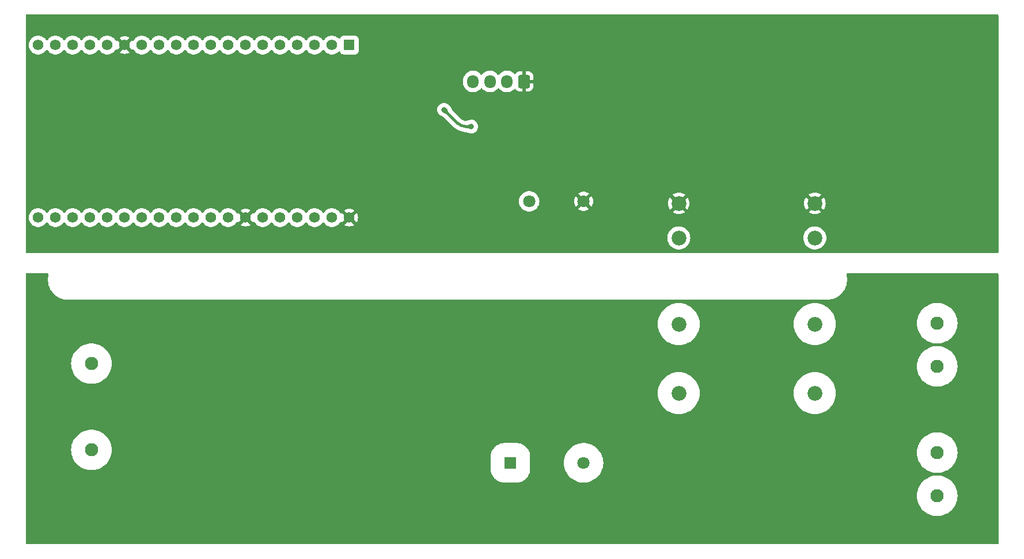
<source format=gbr>
%TF.GenerationSoftware,KiCad,Pcbnew,7.0.1*%
%TF.CreationDate,2023-05-13T00:12:20-05:00*%
%TF.ProjectId,sneksafe,736e616b-6574-4656-9d70-2e6b69636164,rev?*%
%TF.SameCoordinates,Original*%
%TF.FileFunction,Copper,L2,Bot*%
%TF.FilePolarity,Positive*%
%FSLAX46Y46*%
G04 Gerber Fmt 4.6, Leading zero omitted, Abs format (unit mm)*
G04 Created by KiCad (PCBNEW 7.0.1) date 2023-05-13 00:12:20*
%MOMM*%
%LPD*%
G01*
G04 APERTURE LIST*
G04 Aperture macros list*
%AMRoundRect*
0 Rectangle with rounded corners*
0 $1 Rounding radius*
0 $2 $3 $4 $5 $6 $7 $8 $9 X,Y pos of 4 corners*
0 Add a 4 corners polygon primitive as box body*
4,1,4,$2,$3,$4,$5,$6,$7,$8,$9,$2,$3,0*
0 Add four circle primitives for the rounded corners*
1,1,$1+$1,$2,$3*
1,1,$1+$1,$4,$5*
1,1,$1+$1,$6,$7*
1,1,$1+$1,$8,$9*
0 Add four rect primitives between the rounded corners*
20,1,$1+$1,$2,$3,$4,$5,0*
20,1,$1+$1,$4,$5,$6,$7,0*
20,1,$1+$1,$6,$7,$8,$9,0*
20,1,$1+$1,$8,$9,$2,$3,0*%
G04 Aperture macros list end*
%TA.AperFunction,ComponentPad*%
%ADD10C,1.560000*%
%TD*%
%TA.AperFunction,ComponentPad*%
%ADD11R,1.560000X1.560000*%
%TD*%
%TA.AperFunction,ComponentPad*%
%ADD12C,1.950000*%
%TD*%
%TA.AperFunction,ComponentPad*%
%ADD13C,1.800000*%
%TD*%
%TA.AperFunction,ComponentPad*%
%ADD14R,1.800000X1.800000*%
%TD*%
%TA.AperFunction,ComponentPad*%
%ADD15O,1.700000X1.950000*%
%TD*%
%TA.AperFunction,ComponentPad*%
%ADD16RoundRect,0.250000X0.600000X0.725000X-0.600000X0.725000X-0.600000X-0.725000X0.600000X-0.725000X0*%
%TD*%
%TA.AperFunction,ComponentPad*%
%ADD17C,2.175000*%
%TD*%
%TA.AperFunction,ViaPad*%
%ADD18C,0.800000*%
%TD*%
%TA.AperFunction,Conductor*%
%ADD19C,0.400000*%
%TD*%
G04 APERTURE END LIST*
D10*
%TO.P,U1,J3-19,CLK*%
%TO.N,unconnected-(U1-CLK-PadJ3-19)*%
X82840000Y-95900000D03*
%TO.P,U1,J3-18,SD0*%
%TO.N,unconnected-(U1-SD0-PadJ3-18)*%
X85380000Y-95900000D03*
%TO.P,U1,J3-17,SD1*%
%TO.N,unconnected-(U1-SD1-PadJ3-17)*%
X87920000Y-95900000D03*
%TO.P,U1,J3-16,IO15*%
%TO.N,unconnected-(U1-IO15-PadJ3-16)*%
X90460000Y-95900000D03*
%TO.P,U1,J3-15,IO2*%
%TO.N,unconnected-(U1-IO2-PadJ3-15)*%
X93000000Y-95900000D03*
%TO.P,U1,J3-14,IO0*%
%TO.N,unconnected-(U1-IO0-PadJ3-14)*%
X95540000Y-95900000D03*
%TO.P,U1,J3-13,IO4*%
%TO.N,unconnected-(U1-IO4-PadJ3-13)*%
X98080000Y-95900000D03*
%TO.P,U1,J3-12,IO16*%
%TO.N,unconnected-(U1-IO16-PadJ3-12)*%
X100620000Y-95900000D03*
%TO.P,U1,J3-11,IO17*%
%TO.N,unconnected-(U1-IO17-PadJ3-11)*%
X103160000Y-95900000D03*
%TO.P,U1,J3-10,IO5*%
%TO.N,unconnected-(U1-IO5-PadJ3-10)*%
X105700000Y-95900000D03*
%TO.P,U1,J3-9,IO18*%
%TO.N,HEAT_EN*%
X108240000Y-95900000D03*
%TO.P,U1,J3-8,IO19*%
%TO.N,LIGHT_EN*%
X110780000Y-95900000D03*
%TO.P,U1,J3-7,GND2*%
%TO.N,GND*%
X113320000Y-95900000D03*
%TO.P,U1,J3-6,IO21*%
%TO.N,SDA*%
X115860000Y-95900000D03*
%TO.P,U1,J3-5,RXD0*%
%TO.N,unconnected-(U1-RXD0-PadJ3-5)*%
X118400000Y-95900000D03*
%TO.P,U1,J3-4,TXD0*%
%TO.N,unconnected-(U1-TXD0-PadJ3-4)*%
X120940000Y-95900000D03*
%TO.P,U1,J3-3,IO22*%
%TO.N,SCL*%
X123480000Y-95900000D03*
%TO.P,U1,J3-2,IO23*%
%TO.N,unconnected-(U1-IO23-PadJ3-2)*%
X126020000Y-95900000D03*
%TO.P,U1,J3-1,GND3*%
%TO.N,GND*%
X128560000Y-95900000D03*
%TO.P,U1,J2-19,EXT_5V*%
%TO.N,+5V*%
X82840000Y-70500000D03*
%TO.P,U1,J2-18,CMD*%
%TO.N,unconnected-(U1-CMD-PadJ2-18)*%
X85380000Y-70500000D03*
%TO.P,U1,J2-17,SD3*%
%TO.N,unconnected-(U1-SD3-PadJ2-17)*%
X87920000Y-70500000D03*
%TO.P,U1,J2-16,SD2*%
%TO.N,unconnected-(U1-SD2-PadJ2-16)*%
X90460000Y-70500000D03*
%TO.P,U1,J2-15,IO13*%
%TO.N,unconnected-(U1-IO13-PadJ2-15)*%
X93000000Y-70500000D03*
%TO.P,U1,J2-14,GND1*%
%TO.N,GND*%
X95540000Y-70500000D03*
%TO.P,U1,J2-13,IO12*%
%TO.N,unconnected-(U1-IO12-PadJ2-13)*%
X98080000Y-70500000D03*
%TO.P,U1,J2-12,IO14*%
%TO.N,unconnected-(U1-IO14-PadJ2-12)*%
X100620000Y-70500000D03*
%TO.P,U1,J2-11,IO27*%
%TO.N,unconnected-(U1-IO27-PadJ2-11)*%
X103160000Y-70500000D03*
%TO.P,U1,J2-10,IO26*%
%TO.N,unconnected-(U1-IO26-PadJ2-10)*%
X105700000Y-70500000D03*
%TO.P,U1,J2-9,IO25*%
%TO.N,unconnected-(U1-IO25-PadJ2-9)*%
X108240000Y-70500000D03*
%TO.P,U1,J2-8,IO33*%
%TO.N,unconnected-(U1-IO33-PadJ2-8)*%
X110780000Y-70500000D03*
%TO.P,U1,J2-7,IO32*%
%TO.N,unconnected-(U1-IO32-PadJ2-7)*%
X113320000Y-70500000D03*
%TO.P,U1,J2-6,IO35*%
%TO.N,unconnected-(U1-IO35-PadJ2-6)*%
X115860000Y-70500000D03*
%TO.P,U1,J2-5,IO34*%
%TO.N,unconnected-(U1-IO34-PadJ2-5)*%
X118400000Y-70500000D03*
%TO.P,U1,J2-4,SENSOR_VN*%
%TO.N,unconnected-(U1-SENSOR_VN-PadJ2-4)*%
X120940000Y-70500000D03*
%TO.P,U1,J2-3,SENSOR_VP*%
%TO.N,unconnected-(U1-SENSOR_VP-PadJ2-3)*%
X123480000Y-70500000D03*
%TO.P,U1,J2-2,EN*%
%TO.N,Net-(U1-EN)*%
X126020000Y-70500000D03*
D11*
%TO.P,U1,J2-1,3V3*%
%TO.N,+3.3V*%
X128560000Y-70500000D03*
%TD*%
D12*
%TO.P,J2,1,Pin_1*%
%TO.N,LIGHT_AC_P*%
X215000000Y-136850000D03*
%TO.P,J2,2,Pin_2*%
%TO.N,AC_N_IN*%
X215000000Y-130500000D03*
%TO.P,J2,3,Pin_3*%
%TO.N,Earth*%
X215000000Y-124150000D03*
%TO.P,J2,4,Pin_4*%
%TO.N,HEAT_AC_P*%
X215000000Y-117800000D03*
%TO.P,J2,5,Pin_5*%
%TO.N,AC_N_IN*%
X215000000Y-111450000D03*
%TO.P,J2,6,Pin_6*%
%TO.N,Earth*%
X215000000Y-105100000D03*
%TD*%
D13*
%TO.P,PS1,4,+VOUT*%
%TO.N,+5V*%
X155000000Y-93500000D03*
%TO.P,PS1,3,-VOUT*%
%TO.N,GND*%
X163000000Y-93500000D03*
%TO.P,PS1,2,VAC_IN_(L)*%
%TO.N,AC_P_IN*%
X163000000Y-132000000D03*
D14*
%TO.P,PS1,1,VAC_IN_(N)*%
%TO.N,AC_N_IN*%
X152250000Y-132000000D03*
%TD*%
D15*
%TO.P,J1,4,Pin_4*%
%TO.N,+3.3V*%
X146750000Y-75850000D03*
%TO.P,J1,3,Pin_3*%
%TO.N,SCL*%
X149250000Y-75850000D03*
%TO.P,J1,2,Pin_2*%
%TO.N,SDA*%
X151750000Y-75850000D03*
D16*
%TO.P,J1,1,Pin_1*%
%TO.N,GND*%
X154250000Y-75850000D03*
%TD*%
D17*
%TO.P,K1,4,-_LED*%
%TO.N,GND*%
X177000000Y-93800000D03*
%TO.P,K1,3,+_LED*%
%TO.N,LIGHT_LED_P*%
X177000000Y-98880000D03*
%TO.P,K1,2,AC_LOAD_2*%
%TO.N,AC_P_IN*%
X177000000Y-111580000D03*
%TO.P,K1,1,AC_LOAD_1*%
%TO.N,LIGHT_AC_P*%
X177000000Y-121740000D03*
%TD*%
D12*
%TO.P,J3,1,Pin_1*%
%TO.N,AC_P_IN*%
X90650000Y-117395000D03*
%TO.P,J3,2,Pin_2*%
%TO.N,Earth*%
X90650000Y-123745000D03*
%TO.P,J3,3,Pin_3*%
%TO.N,AC_N_IN*%
X90650000Y-130095000D03*
%TD*%
D17*
%TO.P,K2,4,-_LED*%
%TO.N,GND*%
X197000000Y-93800000D03*
%TO.P,K2,3,+_LED*%
%TO.N,HEAT_LED_P*%
X197000000Y-98880000D03*
%TO.P,K2,2,AC_LOAD_2*%
%TO.N,AC_P_IN*%
X197000000Y-111580000D03*
%TO.P,K2,1,AC_LOAD_1*%
%TO.N,HEAT_AC_P*%
X197000000Y-121740000D03*
%TD*%
D18*
%TO.N,+3.3V*%
X142500000Y-80000000D03*
X146500000Y-82500000D03*
%TD*%
D19*
%TO.N,+3.3V*%
X144469661Y-81969677D02*
G75*
G03*
X145750000Y-82500000I1280339J1280377D01*
G01*
X146500000Y-82500000D02*
X145750000Y-82500000D01*
X142500000Y-80000000D02*
X144469669Y-81969669D01*
%TD*%
%TA.AperFunction,Conductor*%
%TO.N,GND*%
G36*
X223937500Y-66017113D02*
G01*
X223982887Y-66062500D01*
X223999500Y-66124500D01*
X223999500Y-100976000D01*
X223982887Y-101038000D01*
X223937500Y-101083387D01*
X223875500Y-101100000D01*
X81124500Y-101100000D01*
X81062500Y-101083387D01*
X81017113Y-101038000D01*
X81000500Y-100976000D01*
X81000500Y-98880000D01*
X175307266Y-98880000D01*
X175326172Y-99132286D01*
X175382470Y-99378944D01*
X175474899Y-99614447D01*
X175474900Y-99614449D01*
X175601398Y-99833550D01*
X175759139Y-100031351D01*
X175944598Y-100203432D01*
X176153634Y-100345950D01*
X176381575Y-100455721D01*
X176623331Y-100530293D01*
X176873502Y-100568000D01*
X177126498Y-100568000D01*
X177376669Y-100530293D01*
X177618425Y-100455721D01*
X177846367Y-100345950D01*
X178055402Y-100203432D01*
X178240861Y-100031351D01*
X178398602Y-99833550D01*
X178525100Y-99614449D01*
X178617530Y-99378942D01*
X178673827Y-99132289D01*
X178692733Y-98880000D01*
X195307266Y-98880000D01*
X195326172Y-99132286D01*
X195382470Y-99378944D01*
X195474899Y-99614447D01*
X195474900Y-99614449D01*
X195601398Y-99833550D01*
X195759139Y-100031351D01*
X195944598Y-100203432D01*
X196153634Y-100345950D01*
X196381575Y-100455721D01*
X196623331Y-100530293D01*
X196873502Y-100568000D01*
X197126498Y-100568000D01*
X197376669Y-100530293D01*
X197618425Y-100455721D01*
X197846367Y-100345950D01*
X198055402Y-100203432D01*
X198240861Y-100031351D01*
X198398602Y-99833550D01*
X198525100Y-99614449D01*
X198617530Y-99378942D01*
X198673827Y-99132289D01*
X198692733Y-98880000D01*
X198673827Y-98627711D01*
X198617530Y-98381058D01*
X198525100Y-98145551D01*
X198398602Y-97926450D01*
X198240861Y-97728649D01*
X198240860Y-97728648D01*
X198055404Y-97556569D01*
X198001461Y-97519791D01*
X197846367Y-97414050D01*
X197618425Y-97304279D01*
X197541336Y-97280500D01*
X197376668Y-97229706D01*
X197126498Y-97192000D01*
X196873502Y-97192000D01*
X196623331Y-97229706D01*
X196381575Y-97304279D01*
X196153633Y-97414050D01*
X195944598Y-97556567D01*
X195759139Y-97728648D01*
X195601397Y-97926450D01*
X195474899Y-98145552D01*
X195382470Y-98381055D01*
X195326172Y-98627713D01*
X195307266Y-98880000D01*
X178692733Y-98880000D01*
X178673827Y-98627711D01*
X178617530Y-98381058D01*
X178525100Y-98145551D01*
X178398602Y-97926450D01*
X178240861Y-97728649D01*
X178240860Y-97728648D01*
X178055404Y-97556569D01*
X178001461Y-97519791D01*
X177846367Y-97414050D01*
X177618425Y-97304279D01*
X177541336Y-97280500D01*
X177376668Y-97229706D01*
X177126498Y-97192000D01*
X176873502Y-97192000D01*
X176623331Y-97229706D01*
X176381575Y-97304279D01*
X176153633Y-97414050D01*
X175944598Y-97556567D01*
X175759139Y-97728648D01*
X175601397Y-97926450D01*
X175474899Y-98145552D01*
X175382470Y-98381055D01*
X175326172Y-98627713D01*
X175307266Y-98880000D01*
X81000500Y-98880000D01*
X81000500Y-95899999D01*
X81454768Y-95899999D01*
X81473661Y-96127997D01*
X81529826Y-96349786D01*
X81621724Y-96559294D01*
X81621726Y-96559297D01*
X81746858Y-96750826D01*
X81901809Y-96919148D01*
X81901812Y-96919151D01*
X82082344Y-97059665D01*
X82082346Y-97059666D01*
X82082350Y-97059669D01*
X82283559Y-97168558D01*
X82499946Y-97242843D01*
X82725609Y-97280500D01*
X82954390Y-97280500D01*
X82954391Y-97280500D01*
X83180054Y-97242843D01*
X83396441Y-97168558D01*
X83597650Y-97059669D01*
X83778191Y-96919148D01*
X83933142Y-96750826D01*
X84006192Y-96639013D01*
X84050982Y-96597782D01*
X84110000Y-96582837D01*
X84169018Y-96597782D01*
X84213807Y-96639013D01*
X84286858Y-96750826D01*
X84441809Y-96919148D01*
X84441812Y-96919151D01*
X84622344Y-97059665D01*
X84622346Y-97059666D01*
X84622350Y-97059669D01*
X84823559Y-97168558D01*
X85039946Y-97242843D01*
X85265609Y-97280500D01*
X85494390Y-97280500D01*
X85494391Y-97280500D01*
X85720054Y-97242843D01*
X85936441Y-97168558D01*
X86137650Y-97059669D01*
X86318191Y-96919148D01*
X86473142Y-96750826D01*
X86546192Y-96639013D01*
X86590982Y-96597782D01*
X86650000Y-96582837D01*
X86709018Y-96597782D01*
X86753807Y-96639013D01*
X86826858Y-96750826D01*
X86981809Y-96919148D01*
X86981812Y-96919151D01*
X87162344Y-97059665D01*
X87162346Y-97059666D01*
X87162350Y-97059669D01*
X87363559Y-97168558D01*
X87579946Y-97242843D01*
X87805609Y-97280500D01*
X88034390Y-97280500D01*
X88034391Y-97280500D01*
X88260054Y-97242843D01*
X88476441Y-97168558D01*
X88677650Y-97059669D01*
X88858191Y-96919148D01*
X89013142Y-96750826D01*
X89086192Y-96639013D01*
X89130982Y-96597782D01*
X89190000Y-96582837D01*
X89249018Y-96597782D01*
X89293807Y-96639013D01*
X89366858Y-96750826D01*
X89521809Y-96919148D01*
X89521812Y-96919151D01*
X89702344Y-97059665D01*
X89702346Y-97059666D01*
X89702350Y-97059669D01*
X89903559Y-97168558D01*
X90119946Y-97242843D01*
X90345609Y-97280500D01*
X90574390Y-97280500D01*
X90574391Y-97280500D01*
X90800054Y-97242843D01*
X91016441Y-97168558D01*
X91217650Y-97059669D01*
X91398191Y-96919148D01*
X91553142Y-96750826D01*
X91626192Y-96639013D01*
X91670982Y-96597782D01*
X91730000Y-96582837D01*
X91789018Y-96597782D01*
X91833807Y-96639013D01*
X91906858Y-96750826D01*
X92061809Y-96919148D01*
X92061812Y-96919151D01*
X92242344Y-97059665D01*
X92242346Y-97059666D01*
X92242350Y-97059669D01*
X92443559Y-97168558D01*
X92659946Y-97242843D01*
X92885609Y-97280500D01*
X93114390Y-97280500D01*
X93114391Y-97280500D01*
X93340054Y-97242843D01*
X93556441Y-97168558D01*
X93757650Y-97059669D01*
X93938191Y-96919148D01*
X94093142Y-96750826D01*
X94166192Y-96639013D01*
X94210982Y-96597782D01*
X94270000Y-96582837D01*
X94329018Y-96597782D01*
X94373807Y-96639013D01*
X94446858Y-96750826D01*
X94601809Y-96919148D01*
X94601812Y-96919151D01*
X94782344Y-97059665D01*
X94782346Y-97059666D01*
X94782350Y-97059669D01*
X94983559Y-97168558D01*
X95199946Y-97242843D01*
X95425609Y-97280500D01*
X95654390Y-97280500D01*
X95654391Y-97280500D01*
X95880054Y-97242843D01*
X96096441Y-97168558D01*
X96297650Y-97059669D01*
X96478191Y-96919148D01*
X96633142Y-96750826D01*
X96706192Y-96639013D01*
X96750982Y-96597782D01*
X96810000Y-96582837D01*
X96869018Y-96597782D01*
X96913807Y-96639013D01*
X96986858Y-96750826D01*
X97141809Y-96919148D01*
X97141812Y-96919151D01*
X97322344Y-97059665D01*
X97322346Y-97059666D01*
X97322350Y-97059669D01*
X97523559Y-97168558D01*
X97739946Y-97242843D01*
X97965609Y-97280500D01*
X98194390Y-97280500D01*
X98194391Y-97280500D01*
X98420054Y-97242843D01*
X98636441Y-97168558D01*
X98837650Y-97059669D01*
X99018191Y-96919148D01*
X99173142Y-96750826D01*
X99246192Y-96639013D01*
X99290982Y-96597782D01*
X99350000Y-96582837D01*
X99409018Y-96597782D01*
X99453807Y-96639013D01*
X99526858Y-96750826D01*
X99681809Y-96919148D01*
X99681812Y-96919151D01*
X99862344Y-97059665D01*
X99862346Y-97059666D01*
X99862350Y-97059669D01*
X100063559Y-97168558D01*
X100279946Y-97242843D01*
X100505609Y-97280500D01*
X100734390Y-97280500D01*
X100734391Y-97280500D01*
X100960054Y-97242843D01*
X101176441Y-97168558D01*
X101377650Y-97059669D01*
X101558191Y-96919148D01*
X101713142Y-96750826D01*
X101786192Y-96639013D01*
X101830982Y-96597782D01*
X101890000Y-96582837D01*
X101949018Y-96597782D01*
X101993807Y-96639013D01*
X102066858Y-96750826D01*
X102221809Y-96919148D01*
X102221812Y-96919151D01*
X102402344Y-97059665D01*
X102402346Y-97059666D01*
X102402350Y-97059669D01*
X102603559Y-97168558D01*
X102819946Y-97242843D01*
X103045609Y-97280500D01*
X103274390Y-97280500D01*
X103274391Y-97280500D01*
X103500054Y-97242843D01*
X103716441Y-97168558D01*
X103917650Y-97059669D01*
X104098191Y-96919148D01*
X104253142Y-96750826D01*
X104326192Y-96639013D01*
X104370982Y-96597782D01*
X104430000Y-96582837D01*
X104489018Y-96597782D01*
X104533807Y-96639013D01*
X104606858Y-96750826D01*
X104761809Y-96919148D01*
X104761812Y-96919151D01*
X104942344Y-97059665D01*
X104942346Y-97059666D01*
X104942350Y-97059669D01*
X105143559Y-97168558D01*
X105359946Y-97242843D01*
X105585609Y-97280500D01*
X105814390Y-97280500D01*
X105814391Y-97280500D01*
X106040054Y-97242843D01*
X106256441Y-97168558D01*
X106457650Y-97059669D01*
X106638191Y-96919148D01*
X106793142Y-96750826D01*
X106866192Y-96639013D01*
X106910982Y-96597782D01*
X106970000Y-96582837D01*
X107029018Y-96597782D01*
X107073807Y-96639013D01*
X107146858Y-96750826D01*
X107301809Y-96919148D01*
X107301812Y-96919151D01*
X107482344Y-97059665D01*
X107482346Y-97059666D01*
X107482350Y-97059669D01*
X107683559Y-97168558D01*
X107899946Y-97242843D01*
X108125609Y-97280500D01*
X108354390Y-97280500D01*
X108354391Y-97280500D01*
X108580054Y-97242843D01*
X108796441Y-97168558D01*
X108997650Y-97059669D01*
X109178191Y-96919148D01*
X109333142Y-96750826D01*
X109406192Y-96639013D01*
X109450982Y-96597782D01*
X109510000Y-96582837D01*
X109569018Y-96597782D01*
X109613807Y-96639013D01*
X109686858Y-96750826D01*
X109841809Y-96919148D01*
X109841812Y-96919151D01*
X110022344Y-97059665D01*
X110022346Y-97059666D01*
X110022350Y-97059669D01*
X110223559Y-97168558D01*
X110439946Y-97242843D01*
X110665609Y-97280500D01*
X110894390Y-97280500D01*
X110894391Y-97280500D01*
X111120054Y-97242843D01*
X111336441Y-97168558D01*
X111537650Y-97059669D01*
X111659712Y-96964664D01*
X112608888Y-96964664D01*
X112677557Y-97012747D01*
X112880540Y-97107400D01*
X113096883Y-97165369D01*
X113320000Y-97184889D01*
X113543116Y-97165369D01*
X113759461Y-97107399D01*
X113962442Y-97012748D01*
X114031111Y-96964664D01*
X113320001Y-96253553D01*
X113320000Y-96253553D01*
X112608888Y-96964664D01*
X111659712Y-96964664D01*
X111718191Y-96919148D01*
X111873142Y-96750826D01*
X111998274Y-96559297D01*
X111998274Y-96559296D01*
X112003894Y-96550695D01*
X112006716Y-96552538D01*
X112035351Y-96516949D01*
X112095996Y-96493860D01*
X112159999Y-96504563D01*
X112209831Y-96546128D01*
X112255333Y-96611111D01*
X112255334Y-96611111D01*
X112966444Y-95900001D01*
X113673553Y-95900001D01*
X114384664Y-96611110D01*
X114430168Y-96546127D01*
X114479982Y-96504571D01*
X114543963Y-96493856D01*
X114604599Y-96516913D01*
X114633292Y-96552533D01*
X114636106Y-96550695D01*
X114641725Y-96559296D01*
X114641726Y-96559297D01*
X114766858Y-96750826D01*
X114921809Y-96919148D01*
X114921812Y-96919151D01*
X115102344Y-97059665D01*
X115102346Y-97059666D01*
X115102350Y-97059669D01*
X115303559Y-97168558D01*
X115519946Y-97242843D01*
X115745609Y-97280500D01*
X115974390Y-97280500D01*
X115974391Y-97280500D01*
X116200054Y-97242843D01*
X116416441Y-97168558D01*
X116617650Y-97059669D01*
X116798191Y-96919148D01*
X116953142Y-96750826D01*
X117026192Y-96639013D01*
X117070982Y-96597782D01*
X117130000Y-96582837D01*
X117189018Y-96597782D01*
X117233807Y-96639013D01*
X117306858Y-96750826D01*
X117461809Y-96919148D01*
X117461812Y-96919151D01*
X117642344Y-97059665D01*
X117642346Y-97059666D01*
X117642350Y-97059669D01*
X117843559Y-97168558D01*
X118059946Y-97242843D01*
X118285609Y-97280500D01*
X118514390Y-97280500D01*
X118514391Y-97280500D01*
X118740054Y-97242843D01*
X118956441Y-97168558D01*
X119157650Y-97059669D01*
X119338191Y-96919148D01*
X119493142Y-96750826D01*
X119566192Y-96639013D01*
X119610982Y-96597782D01*
X119670000Y-96582837D01*
X119729018Y-96597782D01*
X119773807Y-96639013D01*
X119846858Y-96750826D01*
X120001809Y-96919148D01*
X120001812Y-96919151D01*
X120182344Y-97059665D01*
X120182346Y-97059666D01*
X120182350Y-97059669D01*
X120383559Y-97168558D01*
X120599946Y-97242843D01*
X120825609Y-97280500D01*
X121054390Y-97280500D01*
X121054391Y-97280500D01*
X121280054Y-97242843D01*
X121496441Y-97168558D01*
X121697650Y-97059669D01*
X121878191Y-96919148D01*
X122033142Y-96750826D01*
X122106192Y-96639013D01*
X122150982Y-96597782D01*
X122210000Y-96582837D01*
X122269018Y-96597782D01*
X122313807Y-96639013D01*
X122386858Y-96750826D01*
X122541809Y-96919148D01*
X122541812Y-96919151D01*
X122722344Y-97059665D01*
X122722346Y-97059666D01*
X122722350Y-97059669D01*
X122923559Y-97168558D01*
X123139946Y-97242843D01*
X123365609Y-97280500D01*
X123594390Y-97280500D01*
X123594391Y-97280500D01*
X123820054Y-97242843D01*
X124036441Y-97168558D01*
X124237650Y-97059669D01*
X124418191Y-96919148D01*
X124573142Y-96750826D01*
X124646192Y-96639013D01*
X124690982Y-96597782D01*
X124750000Y-96582837D01*
X124809018Y-96597782D01*
X124853807Y-96639013D01*
X124926858Y-96750826D01*
X125081809Y-96919148D01*
X125081812Y-96919151D01*
X125262344Y-97059665D01*
X125262346Y-97059666D01*
X125262350Y-97059669D01*
X125463559Y-97168558D01*
X125679946Y-97242843D01*
X125905609Y-97280500D01*
X126134390Y-97280500D01*
X126134391Y-97280500D01*
X126360054Y-97242843D01*
X126576441Y-97168558D01*
X126777650Y-97059669D01*
X126899712Y-96964664D01*
X127848888Y-96964664D01*
X127917557Y-97012747D01*
X128120540Y-97107400D01*
X128336883Y-97165369D01*
X128560000Y-97184889D01*
X128783116Y-97165369D01*
X128999461Y-97107399D01*
X129202442Y-97012748D01*
X129271111Y-96964664D01*
X128560001Y-96253553D01*
X128560000Y-96253553D01*
X127848888Y-96964664D01*
X126899712Y-96964664D01*
X126958191Y-96919148D01*
X127113142Y-96750826D01*
X127238274Y-96559297D01*
X127238274Y-96559296D01*
X127243894Y-96550695D01*
X127246716Y-96552538D01*
X127275351Y-96516949D01*
X127335996Y-96493860D01*
X127399999Y-96504563D01*
X127449831Y-96546128D01*
X127495333Y-96611111D01*
X127495334Y-96611111D01*
X128206444Y-95900001D01*
X128913553Y-95900001D01*
X129624664Y-96611110D01*
X129672748Y-96542442D01*
X129767399Y-96339461D01*
X129825369Y-96123116D01*
X129844889Y-95900000D01*
X129825369Y-95676883D01*
X129767400Y-95460540D01*
X129672747Y-95257558D01*
X129624663Y-95188888D01*
X128913553Y-95900000D01*
X128913553Y-95900001D01*
X128206444Y-95900001D01*
X128206446Y-95899999D01*
X128206446Y-95899998D01*
X127495335Y-95188887D01*
X127495334Y-95188888D01*
X127449832Y-95253872D01*
X127399999Y-95295437D01*
X127335996Y-95306140D01*
X127275351Y-95283051D01*
X127246716Y-95247461D01*
X127243894Y-95249305D01*
X127223993Y-95218845D01*
X127113142Y-95049174D01*
X126958191Y-94880852D01*
X126958189Y-94880851D01*
X126958187Y-94880848D01*
X126899711Y-94835334D01*
X127848887Y-94835334D01*
X128560000Y-95546446D01*
X128560001Y-95546446D01*
X129017682Y-95088764D01*
X176064786Y-95088764D01*
X176277059Y-95218845D01*
X176507918Y-95314471D01*
X176750890Y-95372803D01*
X177000000Y-95392408D01*
X177249109Y-95372803D01*
X177492081Y-95314471D01*
X177722940Y-95218845D01*
X177935212Y-95088764D01*
X196064786Y-95088764D01*
X196277059Y-95218845D01*
X196507918Y-95314471D01*
X196750890Y-95372803D01*
X197000000Y-95392408D01*
X197249109Y-95372803D01*
X197492081Y-95314471D01*
X197722940Y-95218845D01*
X197935212Y-95088764D01*
X197000000Y-94153553D01*
X196064786Y-95088764D01*
X177935212Y-95088764D01*
X177000000Y-94153553D01*
X176064786Y-95088764D01*
X129017682Y-95088764D01*
X129271111Y-94835334D01*
X129202442Y-94787252D01*
X128999459Y-94692599D01*
X128783116Y-94634630D01*
X128560000Y-94615110D01*
X128336883Y-94634630D01*
X128120539Y-94692599D01*
X127917555Y-94787252D01*
X127848888Y-94835333D01*
X127848887Y-94835334D01*
X126899711Y-94835334D01*
X126777655Y-94740334D01*
X126777651Y-94740331D01*
X126777650Y-94740331D01*
X126576441Y-94631442D01*
X126576440Y-94631441D01*
X126576437Y-94631440D01*
X126360056Y-94557157D01*
X126209612Y-94532052D01*
X126134391Y-94519500D01*
X125905609Y-94519500D01*
X125849193Y-94528914D01*
X125679943Y-94557157D01*
X125463562Y-94631440D01*
X125262344Y-94740334D01*
X125081812Y-94880848D01*
X125009344Y-94959570D01*
X124926858Y-95049174D01*
X124853807Y-95160986D01*
X124809018Y-95202218D01*
X124750000Y-95217163D01*
X124690982Y-95202218D01*
X124646192Y-95160986D01*
X124573142Y-95049174D01*
X124418191Y-94880852D01*
X124418189Y-94880851D01*
X124418187Y-94880848D01*
X124237655Y-94740334D01*
X124237651Y-94740331D01*
X124237650Y-94740331D01*
X124036441Y-94631442D01*
X124036440Y-94631441D01*
X124036437Y-94631440D01*
X123820056Y-94557157D01*
X123669612Y-94532052D01*
X123594391Y-94519500D01*
X123365609Y-94519500D01*
X123309193Y-94528914D01*
X123139943Y-94557157D01*
X122923562Y-94631440D01*
X122722344Y-94740334D01*
X122541812Y-94880848D01*
X122469344Y-94959570D01*
X122386858Y-95049174D01*
X122313807Y-95160986D01*
X122269018Y-95202218D01*
X122210000Y-95217163D01*
X122150982Y-95202218D01*
X122106192Y-95160986D01*
X122033142Y-95049174D01*
X121878191Y-94880852D01*
X121878189Y-94880851D01*
X121878187Y-94880848D01*
X121697655Y-94740334D01*
X121697651Y-94740331D01*
X121697650Y-94740331D01*
X121496441Y-94631442D01*
X121496440Y-94631441D01*
X121496437Y-94631440D01*
X121280056Y-94557157D01*
X121129612Y-94532052D01*
X121054391Y-94519500D01*
X120825609Y-94519500D01*
X120769193Y-94528914D01*
X120599943Y-94557157D01*
X120383562Y-94631440D01*
X120182344Y-94740334D01*
X120001812Y-94880848D01*
X119929344Y-94959570D01*
X119846858Y-95049174D01*
X119773807Y-95160986D01*
X119729018Y-95202218D01*
X119670000Y-95217163D01*
X119610982Y-95202218D01*
X119566192Y-95160986D01*
X119493142Y-95049174D01*
X119338191Y-94880852D01*
X119338189Y-94880851D01*
X119338187Y-94880848D01*
X119157655Y-94740334D01*
X119157651Y-94740331D01*
X119157650Y-94740331D01*
X118956441Y-94631442D01*
X118956440Y-94631441D01*
X118956437Y-94631440D01*
X118740056Y-94557157D01*
X118589612Y-94532052D01*
X118514391Y-94519500D01*
X118285609Y-94519500D01*
X118229193Y-94528914D01*
X118059943Y-94557157D01*
X117843562Y-94631440D01*
X117642344Y-94740334D01*
X117461812Y-94880848D01*
X117389344Y-94959570D01*
X117306858Y-95049174D01*
X117233807Y-95160986D01*
X117189018Y-95202218D01*
X117130000Y-95217163D01*
X117070982Y-95202218D01*
X117026192Y-95160986D01*
X116953142Y-95049174D01*
X116798191Y-94880852D01*
X116798189Y-94880851D01*
X116798187Y-94880848D01*
X116617655Y-94740334D01*
X116617651Y-94740331D01*
X116617650Y-94740331D01*
X116416441Y-94631442D01*
X116416440Y-94631441D01*
X116416437Y-94631440D01*
X116200056Y-94557157D01*
X116049612Y-94532052D01*
X115974391Y-94519500D01*
X115745609Y-94519500D01*
X115689193Y-94528914D01*
X115519943Y-94557157D01*
X115303562Y-94631440D01*
X115102344Y-94740334D01*
X114921812Y-94880848D01*
X114849344Y-94959570D01*
X114766858Y-95049174D01*
X114657105Y-95217163D01*
X114636106Y-95249305D01*
X114633299Y-95247471D01*
X114604547Y-95283123D01*
X114543920Y-95306148D01*
X114479961Y-95295419D01*
X114430166Y-95253871D01*
X114384664Y-95188887D01*
X113673553Y-95900000D01*
X113673553Y-95900001D01*
X112966444Y-95900001D01*
X112966446Y-95899999D01*
X112966446Y-95899998D01*
X112255335Y-95188887D01*
X112255334Y-95188888D01*
X112209832Y-95253872D01*
X112159999Y-95295437D01*
X112095996Y-95306140D01*
X112035351Y-95283051D01*
X112006716Y-95247461D01*
X112003894Y-95249305D01*
X111983993Y-95218845D01*
X111873142Y-95049174D01*
X111718191Y-94880852D01*
X111718189Y-94880851D01*
X111718187Y-94880848D01*
X111659711Y-94835334D01*
X112608887Y-94835334D01*
X113320000Y-95546446D01*
X113320001Y-95546446D01*
X114031111Y-94835334D01*
X113962442Y-94787252D01*
X113759459Y-94692599D01*
X113543116Y-94634630D01*
X113320000Y-94615110D01*
X113096883Y-94634630D01*
X112880539Y-94692599D01*
X112677555Y-94787252D01*
X112608888Y-94835333D01*
X112608887Y-94835334D01*
X111659711Y-94835334D01*
X111537655Y-94740334D01*
X111537651Y-94740331D01*
X111537650Y-94740331D01*
X111336441Y-94631442D01*
X111336440Y-94631441D01*
X111336437Y-94631440D01*
X111120056Y-94557157D01*
X110969612Y-94532052D01*
X110894391Y-94519500D01*
X110665609Y-94519500D01*
X110609193Y-94528914D01*
X110439943Y-94557157D01*
X110223562Y-94631440D01*
X110022344Y-94740334D01*
X109841812Y-94880848D01*
X109769344Y-94959570D01*
X109686858Y-95049174D01*
X109613807Y-95160986D01*
X109569018Y-95202218D01*
X109510000Y-95217163D01*
X109450982Y-95202218D01*
X109406192Y-95160986D01*
X109333142Y-95049174D01*
X109178191Y-94880852D01*
X109178189Y-94880851D01*
X109178187Y-94880848D01*
X108997655Y-94740334D01*
X108997651Y-94740331D01*
X108997650Y-94740331D01*
X108796441Y-94631442D01*
X108796440Y-94631441D01*
X108796437Y-94631440D01*
X108580056Y-94557157D01*
X108429612Y-94532052D01*
X108354391Y-94519500D01*
X108125609Y-94519500D01*
X108069193Y-94528914D01*
X107899943Y-94557157D01*
X107683562Y-94631440D01*
X107482344Y-94740334D01*
X107301812Y-94880848D01*
X107229344Y-94959570D01*
X107146858Y-95049174D01*
X107073807Y-95160986D01*
X107029018Y-95202218D01*
X106970000Y-95217163D01*
X106910982Y-95202218D01*
X106866192Y-95160986D01*
X106793142Y-95049174D01*
X106638191Y-94880852D01*
X106638189Y-94880851D01*
X106638187Y-94880848D01*
X106457655Y-94740334D01*
X106457651Y-94740331D01*
X106457650Y-94740331D01*
X106256441Y-94631442D01*
X106256440Y-94631441D01*
X106256437Y-94631440D01*
X106040056Y-94557157D01*
X105889612Y-94532052D01*
X105814391Y-94519500D01*
X105585609Y-94519500D01*
X105529193Y-94528914D01*
X105359943Y-94557157D01*
X105143562Y-94631440D01*
X104942344Y-94740334D01*
X104761812Y-94880848D01*
X104689344Y-94959570D01*
X104606858Y-95049174D01*
X104533807Y-95160986D01*
X104489018Y-95202218D01*
X104430000Y-95217163D01*
X104370982Y-95202218D01*
X104326192Y-95160986D01*
X104253142Y-95049174D01*
X104098191Y-94880852D01*
X104098189Y-94880851D01*
X104098187Y-94880848D01*
X103917655Y-94740334D01*
X103917651Y-94740331D01*
X103917650Y-94740331D01*
X103716441Y-94631442D01*
X103716440Y-94631441D01*
X103716437Y-94631440D01*
X103500056Y-94557157D01*
X103349612Y-94532052D01*
X103274391Y-94519500D01*
X103045609Y-94519500D01*
X102989193Y-94528914D01*
X102819943Y-94557157D01*
X102603562Y-94631440D01*
X102402344Y-94740334D01*
X102221812Y-94880848D01*
X102149344Y-94959570D01*
X102066858Y-95049174D01*
X101993807Y-95160986D01*
X101949018Y-95202218D01*
X101890000Y-95217163D01*
X101830982Y-95202218D01*
X101786192Y-95160986D01*
X101713142Y-95049174D01*
X101558191Y-94880852D01*
X101558189Y-94880851D01*
X101558187Y-94880848D01*
X101377655Y-94740334D01*
X101377651Y-94740331D01*
X101377650Y-94740331D01*
X101176441Y-94631442D01*
X101176440Y-94631441D01*
X101176437Y-94631440D01*
X100960056Y-94557157D01*
X100809612Y-94532052D01*
X100734391Y-94519500D01*
X100505609Y-94519500D01*
X100449193Y-94528914D01*
X100279943Y-94557157D01*
X100063562Y-94631440D01*
X99862344Y-94740334D01*
X99681812Y-94880848D01*
X99609344Y-94959570D01*
X99526858Y-95049174D01*
X99453807Y-95160986D01*
X99409018Y-95202218D01*
X99350000Y-95217163D01*
X99290982Y-95202218D01*
X99246192Y-95160986D01*
X99173142Y-95049174D01*
X99018191Y-94880852D01*
X99018189Y-94880851D01*
X99018187Y-94880848D01*
X98837655Y-94740334D01*
X98837651Y-94740331D01*
X98837650Y-94740331D01*
X98636441Y-94631442D01*
X98636440Y-94631441D01*
X98636437Y-94631440D01*
X98420056Y-94557157D01*
X98269612Y-94532052D01*
X98194391Y-94519500D01*
X97965609Y-94519500D01*
X97909193Y-94528914D01*
X97739943Y-94557157D01*
X97523562Y-94631440D01*
X97322344Y-94740334D01*
X97141812Y-94880848D01*
X97069344Y-94959570D01*
X96986858Y-95049174D01*
X96913807Y-95160986D01*
X96869018Y-95202218D01*
X96810000Y-95217163D01*
X96750982Y-95202218D01*
X96706192Y-95160986D01*
X96633142Y-95049174D01*
X96478191Y-94880852D01*
X96478189Y-94880851D01*
X96478187Y-94880848D01*
X96297655Y-94740334D01*
X96297651Y-94740331D01*
X96297650Y-94740331D01*
X96096441Y-94631442D01*
X96096440Y-94631441D01*
X96096437Y-94631440D01*
X95880056Y-94557157D01*
X95729612Y-94532052D01*
X95654391Y-94519500D01*
X95425609Y-94519500D01*
X95369193Y-94528914D01*
X95199943Y-94557157D01*
X94983562Y-94631440D01*
X94782344Y-94740334D01*
X94601812Y-94880848D01*
X94529344Y-94959570D01*
X94446858Y-95049174D01*
X94373807Y-95160986D01*
X94329018Y-95202218D01*
X94270000Y-95217163D01*
X94210982Y-95202218D01*
X94166192Y-95160986D01*
X94093142Y-95049174D01*
X93938191Y-94880852D01*
X93938189Y-94880851D01*
X93938187Y-94880848D01*
X93757655Y-94740334D01*
X93757651Y-94740331D01*
X93757650Y-94740331D01*
X93556441Y-94631442D01*
X93556440Y-94631441D01*
X93556437Y-94631440D01*
X93340056Y-94557157D01*
X93189612Y-94532052D01*
X93114391Y-94519500D01*
X92885609Y-94519500D01*
X92829193Y-94528914D01*
X92659943Y-94557157D01*
X92443562Y-94631440D01*
X92242344Y-94740334D01*
X92061812Y-94880848D01*
X91989344Y-94959570D01*
X91906858Y-95049174D01*
X91833807Y-95160986D01*
X91789018Y-95202218D01*
X91730000Y-95217163D01*
X91670982Y-95202218D01*
X91626192Y-95160986D01*
X91553142Y-95049174D01*
X91398191Y-94880852D01*
X91398189Y-94880851D01*
X91398187Y-94880848D01*
X91217655Y-94740334D01*
X91217651Y-94740331D01*
X91217650Y-94740331D01*
X91016441Y-94631442D01*
X91016440Y-94631441D01*
X91016437Y-94631440D01*
X90800056Y-94557157D01*
X90649612Y-94532052D01*
X90574391Y-94519500D01*
X90345609Y-94519500D01*
X90289193Y-94528914D01*
X90119943Y-94557157D01*
X89903562Y-94631440D01*
X89702344Y-94740334D01*
X89521812Y-94880848D01*
X89449344Y-94959570D01*
X89366858Y-95049174D01*
X89293807Y-95160986D01*
X89249018Y-95202218D01*
X89190000Y-95217163D01*
X89130982Y-95202218D01*
X89086192Y-95160986D01*
X89013142Y-95049174D01*
X88858191Y-94880852D01*
X88858189Y-94880851D01*
X88858187Y-94880848D01*
X88677655Y-94740334D01*
X88677651Y-94740331D01*
X88677650Y-94740331D01*
X88476441Y-94631442D01*
X88476440Y-94631441D01*
X88476437Y-94631440D01*
X88260056Y-94557157D01*
X88109612Y-94532052D01*
X88034391Y-94519500D01*
X87805609Y-94519500D01*
X87749193Y-94528914D01*
X87579943Y-94557157D01*
X87363562Y-94631440D01*
X87162344Y-94740334D01*
X86981812Y-94880848D01*
X86909344Y-94959570D01*
X86826858Y-95049174D01*
X86753807Y-95160986D01*
X86709018Y-95202218D01*
X86650000Y-95217163D01*
X86590982Y-95202218D01*
X86546192Y-95160986D01*
X86473142Y-95049174D01*
X86318191Y-94880852D01*
X86318189Y-94880851D01*
X86318187Y-94880848D01*
X86137655Y-94740334D01*
X86137651Y-94740331D01*
X86137650Y-94740331D01*
X85936441Y-94631442D01*
X85936440Y-94631441D01*
X85936437Y-94631440D01*
X85720056Y-94557157D01*
X85569612Y-94532052D01*
X85494391Y-94519500D01*
X85265609Y-94519500D01*
X85209193Y-94528914D01*
X85039943Y-94557157D01*
X84823562Y-94631440D01*
X84622344Y-94740334D01*
X84441812Y-94880848D01*
X84369344Y-94959570D01*
X84286858Y-95049174D01*
X84213807Y-95160986D01*
X84169018Y-95202218D01*
X84110000Y-95217163D01*
X84050982Y-95202218D01*
X84006192Y-95160986D01*
X83933142Y-95049174D01*
X83778191Y-94880852D01*
X83778189Y-94880851D01*
X83778187Y-94880848D01*
X83597655Y-94740334D01*
X83597651Y-94740331D01*
X83597650Y-94740331D01*
X83396441Y-94631442D01*
X83396440Y-94631441D01*
X83396437Y-94631440D01*
X83180056Y-94557157D01*
X83029612Y-94532052D01*
X82954391Y-94519500D01*
X82725609Y-94519500D01*
X82669193Y-94528914D01*
X82499943Y-94557157D01*
X82283562Y-94631440D01*
X82082344Y-94740334D01*
X81901812Y-94880848D01*
X81746859Y-95049173D01*
X81621724Y-95240705D01*
X81529826Y-95450213D01*
X81473661Y-95672002D01*
X81454768Y-95899999D01*
X81000500Y-95899999D01*
X81000500Y-93499999D01*
X153494356Y-93499999D01*
X153514891Y-93747816D01*
X153514891Y-93747819D01*
X153514892Y-93747821D01*
X153575937Y-93988881D01*
X153620960Y-94091523D01*
X153675825Y-94216604D01*
X153675827Y-94216607D01*
X153811836Y-94424785D01*
X153980256Y-94607738D01*
X154010711Y-94631442D01*
X154176485Y-94760470D01*
X154176487Y-94760471D01*
X154176491Y-94760474D01*
X154395190Y-94878828D01*
X154630386Y-94959571D01*
X154875665Y-95000500D01*
X155124335Y-95000500D01*
X155369614Y-94959571D01*
X155604810Y-94878828D01*
X155823509Y-94760474D01*
X155962425Y-94652351D01*
X162201199Y-94652351D01*
X162231650Y-94676051D01*
X162435700Y-94786477D01*
X162655140Y-94861811D01*
X162883993Y-94900000D01*
X163116007Y-94900000D01*
X163344859Y-94861811D01*
X163564296Y-94786478D01*
X163768353Y-94676048D01*
X163798798Y-94652351D01*
X163000000Y-93853553D01*
X162201199Y-94652351D01*
X155962425Y-94652351D01*
X156019744Y-94607738D01*
X156188164Y-94424785D01*
X156324173Y-94216607D01*
X156424063Y-93988881D01*
X156485108Y-93747821D01*
X156505643Y-93500000D01*
X156505643Y-93499999D01*
X161595201Y-93499999D01*
X161614361Y-93731217D01*
X161671319Y-93956139D01*
X161764516Y-94168609D01*
X161848812Y-94297633D01*
X162646447Y-93500001D01*
X163353553Y-93500001D01*
X164151186Y-94297634D01*
X164235483Y-94168607D01*
X164328680Y-93956138D01*
X164368220Y-93799999D01*
X175407591Y-93799999D01*
X175427196Y-94049109D01*
X175485528Y-94292081D01*
X175581153Y-94522940D01*
X175711234Y-94735212D01*
X176646447Y-93800001D01*
X176646447Y-93800000D01*
X177353553Y-93800000D01*
X178288764Y-94735212D01*
X178418845Y-94522940D01*
X178514471Y-94292081D01*
X178572803Y-94049109D01*
X178592408Y-93799999D01*
X195407591Y-93799999D01*
X195427196Y-94049109D01*
X195485528Y-94292081D01*
X195581153Y-94522940D01*
X195711234Y-94735212D01*
X196646447Y-93800001D01*
X196646447Y-93800000D01*
X197353553Y-93800000D01*
X198288764Y-94735212D01*
X198418845Y-94522940D01*
X198514471Y-94292081D01*
X198572803Y-94049109D01*
X198592408Y-93799999D01*
X198572803Y-93550890D01*
X198514471Y-93307918D01*
X198418845Y-93077059D01*
X198288764Y-92864786D01*
X197353553Y-93800000D01*
X196646447Y-93800000D01*
X195711234Y-92864786D01*
X195581153Y-93077059D01*
X195485528Y-93307918D01*
X195427196Y-93550890D01*
X195407591Y-93799999D01*
X178592408Y-93799999D01*
X178572803Y-93550890D01*
X178514471Y-93307918D01*
X178418845Y-93077059D01*
X178288764Y-92864786D01*
X177353553Y-93800000D01*
X176646447Y-93800000D01*
X175711234Y-92864786D01*
X175581153Y-93077059D01*
X175485528Y-93307918D01*
X175427196Y-93550890D01*
X175407591Y-93799999D01*
X164368220Y-93799999D01*
X164385638Y-93731217D01*
X164404798Y-93499999D01*
X164385638Y-93268782D01*
X164328680Y-93043860D01*
X164235484Y-92831392D01*
X164151186Y-92702364D01*
X163353553Y-93500000D01*
X163353553Y-93500001D01*
X162646447Y-93500001D01*
X162646447Y-93500000D01*
X161848812Y-92702365D01*
X161764516Y-92831390D01*
X161671319Y-93043860D01*
X161614361Y-93268782D01*
X161595201Y-93499999D01*
X156505643Y-93499999D01*
X156485108Y-93252179D01*
X156424063Y-93011119D01*
X156324173Y-92783393D01*
X156188164Y-92575215D01*
X156019744Y-92392262D01*
X155962423Y-92347647D01*
X162201200Y-92347647D01*
X163000000Y-93146447D01*
X163000001Y-93146447D01*
X163635213Y-92511234D01*
X176064786Y-92511234D01*
X177000000Y-93446447D01*
X177000001Y-93446447D01*
X177935212Y-92511234D01*
X196064786Y-92511234D01*
X197000000Y-93446447D01*
X197000001Y-93446447D01*
X197935212Y-92511234D01*
X197722940Y-92381153D01*
X197492081Y-92285528D01*
X197249109Y-92227196D01*
X197000000Y-92207591D01*
X196750890Y-92227196D01*
X196507918Y-92285528D01*
X196277059Y-92381153D01*
X196064786Y-92511234D01*
X177935212Y-92511234D01*
X177722940Y-92381153D01*
X177492081Y-92285528D01*
X177249109Y-92227196D01*
X177000000Y-92207591D01*
X176750890Y-92227196D01*
X176507918Y-92285528D01*
X176277059Y-92381153D01*
X176064786Y-92511234D01*
X163635213Y-92511234D01*
X163798799Y-92347648D01*
X163798799Y-92347647D01*
X163768349Y-92323948D01*
X163564299Y-92213522D01*
X163344859Y-92138188D01*
X163116007Y-92100000D01*
X162883993Y-92100000D01*
X162655140Y-92138188D01*
X162435703Y-92213521D01*
X162231645Y-92323952D01*
X162201200Y-92347646D01*
X162201200Y-92347647D01*
X155962423Y-92347647D01*
X155823514Y-92239529D01*
X155823510Y-92239526D01*
X155823509Y-92239526D01*
X155604810Y-92121172D01*
X155604806Y-92121170D01*
X155604805Y-92121170D01*
X155369615Y-92040429D01*
X155124335Y-91999500D01*
X154875665Y-91999500D01*
X154630384Y-92040429D01*
X154395194Y-92121170D01*
X154176485Y-92239529D01*
X153980259Y-92392259D01*
X153811837Y-92575214D01*
X153675825Y-92783395D01*
X153575938Y-93011117D01*
X153514891Y-93252183D01*
X153494356Y-93499999D01*
X81000500Y-93499999D01*
X81000500Y-80000000D01*
X141494659Y-80000000D01*
X141513976Y-80196133D01*
X141571185Y-80384726D01*
X141571186Y-80384727D01*
X141664090Y-80558538D01*
X141789117Y-80710883D01*
X141941462Y-80835910D01*
X142023792Y-80879916D01*
X142037228Y-80888242D01*
X142050098Y-80897402D01*
X142554517Y-81192323D01*
X142579609Y-81211687D01*
X143835459Y-82467537D01*
X143835462Y-82467541D01*
X143844144Y-82476223D01*
X143844145Y-82476224D01*
X143868810Y-82500888D01*
X143868848Y-82500944D01*
X144007325Y-82639416D01*
X144236617Y-82822265D01*
X144484944Y-82978296D01*
X144749175Y-83105541D01*
X145026005Y-83202405D01*
X145191858Y-83240259D01*
X145311927Y-83267664D01*
X145593649Y-83299404D01*
X145611192Y-83302674D01*
X146183569Y-83452688D01*
X146199141Y-83455309D01*
X146214534Y-83458924D01*
X146303868Y-83486024D01*
X146500000Y-83505341D01*
X146696132Y-83486024D01*
X146884727Y-83428814D01*
X147058538Y-83335910D01*
X147210883Y-83210883D01*
X147335910Y-83058538D01*
X147428814Y-82884727D01*
X147486024Y-82696132D01*
X147505341Y-82500000D01*
X147486024Y-82303868D01*
X147428814Y-82115273D01*
X147335910Y-81941462D01*
X147210883Y-81789117D01*
X147058538Y-81664090D01*
X146925791Y-81593135D01*
X146884726Y-81571185D01*
X146696133Y-81513976D01*
X146500000Y-81494659D01*
X146303867Y-81513976D01*
X146214537Y-81541073D01*
X146199136Y-81544690D01*
X146183574Y-81547310D01*
X145657139Y-81685282D01*
X145615976Y-81688951D01*
X145601703Y-81687828D01*
X145582482Y-81684784D01*
X145447323Y-81652336D01*
X145428825Y-81646326D01*
X145300397Y-81593131D01*
X145283068Y-81584301D01*
X145164550Y-81511675D01*
X145148809Y-81500239D01*
X145142275Y-81494659D01*
X145039507Y-81406889D01*
X145032356Y-81400278D01*
X143711687Y-80079609D01*
X143692322Y-80054515D01*
X143397402Y-79550098D01*
X143388242Y-79537228D01*
X143379916Y-79523792D01*
X143335910Y-79441462D01*
X143210883Y-79289117D01*
X143058538Y-79164090D01*
X143036091Y-79152091D01*
X142884726Y-79071185D01*
X142696133Y-79013976D01*
X142500000Y-78994659D01*
X142303866Y-79013976D01*
X142115273Y-79071185D01*
X141941463Y-79164089D01*
X141789117Y-79289117D01*
X141664089Y-79441463D01*
X141571185Y-79615273D01*
X141513976Y-79803866D01*
X141494659Y-80000000D01*
X81000500Y-80000000D01*
X81000500Y-76034996D01*
X145299500Y-76034996D01*
X145314379Y-76214558D01*
X145314379Y-76214561D01*
X145314380Y-76214563D01*
X145373390Y-76447591D01*
X145469951Y-76667728D01*
X145601429Y-76868969D01*
X145764236Y-77045825D01*
X145764239Y-77045827D01*
X145953927Y-77193468D01*
X145953929Y-77193469D01*
X145953933Y-77193472D01*
X146165344Y-77307882D01*
X146392703Y-77385934D01*
X146629808Y-77425500D01*
X146870191Y-77425500D01*
X146870192Y-77425500D01*
X147107297Y-77385934D01*
X147334656Y-77307882D01*
X147546067Y-77193472D01*
X147735764Y-77045825D01*
X147898571Y-76868969D01*
X147898572Y-76868967D01*
X147905530Y-76861409D01*
X147906945Y-76862712D01*
X147940978Y-76831379D01*
X148000000Y-76816432D01*
X148059022Y-76831379D01*
X148093054Y-76862712D01*
X148094470Y-76861409D01*
X148101427Y-76868967D01*
X148101429Y-76868969D01*
X148264236Y-77045825D01*
X148264239Y-77045827D01*
X148453927Y-77193468D01*
X148453929Y-77193469D01*
X148453933Y-77193472D01*
X148665344Y-77307882D01*
X148892703Y-77385934D01*
X149129808Y-77425500D01*
X149370191Y-77425500D01*
X149370192Y-77425500D01*
X149607297Y-77385934D01*
X149834656Y-77307882D01*
X150046067Y-77193472D01*
X150235764Y-77045825D01*
X150398571Y-76868969D01*
X150398572Y-76868967D01*
X150405530Y-76861409D01*
X150406945Y-76862712D01*
X150440978Y-76831379D01*
X150500000Y-76816432D01*
X150559022Y-76831379D01*
X150593054Y-76862712D01*
X150594470Y-76861409D01*
X150601427Y-76868967D01*
X150601429Y-76868969D01*
X150764236Y-77045825D01*
X150764239Y-77045827D01*
X150953927Y-77193468D01*
X150953929Y-77193469D01*
X150953933Y-77193472D01*
X151165344Y-77307882D01*
X151392703Y-77385934D01*
X151629808Y-77425500D01*
X151870191Y-77425500D01*
X151870192Y-77425500D01*
X152107297Y-77385934D01*
X152334656Y-77307882D01*
X152546067Y-77193472D01*
X152735764Y-77045825D01*
X152818594Y-76955846D01*
X152865501Y-76924021D01*
X152921671Y-76916396D01*
X152975365Y-76934566D01*
X153015363Y-76974732D01*
X153057684Y-77043346D01*
X153181654Y-77167316D01*
X153330877Y-77259357D01*
X153497303Y-77314506D01*
X153600021Y-77325000D01*
X154000000Y-77325000D01*
X154000000Y-76100000D01*
X154500000Y-76100000D01*
X154500000Y-77324999D01*
X154899979Y-77324999D01*
X155002695Y-77314506D01*
X155169122Y-77259357D01*
X155318345Y-77167316D01*
X155442316Y-77043345D01*
X155534357Y-76894122D01*
X155589506Y-76727696D01*
X155600000Y-76624979D01*
X155600000Y-76100000D01*
X154500000Y-76100000D01*
X154000000Y-76100000D01*
X154000000Y-74375001D01*
X153600021Y-74375001D01*
X153497304Y-74385493D01*
X153330877Y-74440642D01*
X153181654Y-74532683D01*
X153057682Y-74656655D01*
X153015362Y-74725267D01*
X152975365Y-74765434D01*
X152921671Y-74783603D01*
X152865501Y-74775978D01*
X152818594Y-74744153D01*
X152735764Y-74654175D01*
X152714370Y-74637523D01*
X152546072Y-74506531D01*
X152546068Y-74506528D01*
X152546067Y-74506528D01*
X152334656Y-74392118D01*
X152334655Y-74392117D01*
X152334652Y-74392116D01*
X152284795Y-74375000D01*
X154500000Y-74375000D01*
X154500000Y-75600000D01*
X155599999Y-75600000D01*
X155599999Y-75075021D01*
X155589506Y-74972304D01*
X155534357Y-74805877D01*
X155442316Y-74656654D01*
X155318345Y-74532683D01*
X155169122Y-74440642D01*
X155002696Y-74385493D01*
X154899979Y-74375000D01*
X154500000Y-74375000D01*
X152284795Y-74375000D01*
X152107299Y-74314066D01*
X151949226Y-74287688D01*
X151870192Y-74274500D01*
X151629808Y-74274500D01*
X151570531Y-74284391D01*
X151392700Y-74314066D01*
X151165347Y-74392116D01*
X150953927Y-74506531D01*
X150764239Y-74654172D01*
X150594470Y-74838590D01*
X150593054Y-74837287D01*
X150559017Y-74868621D01*
X150500000Y-74883566D01*
X150440983Y-74868621D01*
X150406945Y-74837287D01*
X150405530Y-74838590D01*
X150318594Y-74744153D01*
X150235764Y-74654175D01*
X150214370Y-74637523D01*
X150046072Y-74506531D01*
X150046068Y-74506528D01*
X150046067Y-74506528D01*
X149834656Y-74392118D01*
X149834655Y-74392117D01*
X149834652Y-74392116D01*
X149607299Y-74314066D01*
X149449226Y-74287688D01*
X149370192Y-74274500D01*
X149129808Y-74274500D01*
X149070531Y-74284391D01*
X148892700Y-74314066D01*
X148665347Y-74392116D01*
X148453927Y-74506531D01*
X148264239Y-74654172D01*
X148094470Y-74838590D01*
X148093054Y-74837287D01*
X148059017Y-74868621D01*
X148000000Y-74883566D01*
X147940983Y-74868621D01*
X147906945Y-74837287D01*
X147905530Y-74838590D01*
X147818594Y-74744153D01*
X147735764Y-74654175D01*
X147714370Y-74637523D01*
X147546072Y-74506531D01*
X147546068Y-74506528D01*
X147546067Y-74506528D01*
X147334656Y-74392118D01*
X147334655Y-74392117D01*
X147334652Y-74392116D01*
X147107299Y-74314066D01*
X146949226Y-74287688D01*
X146870192Y-74274500D01*
X146629808Y-74274500D01*
X146570531Y-74284391D01*
X146392700Y-74314066D01*
X146165347Y-74392116D01*
X145953927Y-74506531D01*
X145764239Y-74654172D01*
X145764236Y-74654174D01*
X145764236Y-74654175D01*
X145601429Y-74831031D01*
X145500001Y-74986278D01*
X145469950Y-75032274D01*
X145373391Y-75252407D01*
X145314379Y-75485441D01*
X145299500Y-75665004D01*
X145299500Y-76034996D01*
X81000500Y-76034996D01*
X81000500Y-70500000D01*
X81454768Y-70500000D01*
X81473661Y-70727997D01*
X81529826Y-70949786D01*
X81621724Y-71159294D01*
X81621726Y-71159297D01*
X81746858Y-71350826D01*
X81846476Y-71459040D01*
X81901812Y-71519151D01*
X82082344Y-71659665D01*
X82082346Y-71659666D01*
X82082350Y-71659669D01*
X82283559Y-71768558D01*
X82499946Y-71842843D01*
X82725609Y-71880500D01*
X82954390Y-71880500D01*
X82954391Y-71880500D01*
X83180054Y-71842843D01*
X83396441Y-71768558D01*
X83597650Y-71659669D01*
X83778191Y-71519148D01*
X83933142Y-71350826D01*
X84006192Y-71239013D01*
X84050982Y-71197782D01*
X84110000Y-71182837D01*
X84169018Y-71197782D01*
X84213807Y-71239013D01*
X84286858Y-71350826D01*
X84386476Y-71459040D01*
X84441812Y-71519151D01*
X84622344Y-71659665D01*
X84622346Y-71659666D01*
X84622350Y-71659669D01*
X84823559Y-71768558D01*
X85039946Y-71842843D01*
X85265609Y-71880500D01*
X85494390Y-71880500D01*
X85494391Y-71880500D01*
X85720054Y-71842843D01*
X85936441Y-71768558D01*
X86137650Y-71659669D01*
X86318191Y-71519148D01*
X86473142Y-71350826D01*
X86546192Y-71239013D01*
X86590982Y-71197782D01*
X86650000Y-71182837D01*
X86709018Y-71197782D01*
X86753807Y-71239013D01*
X86826858Y-71350826D01*
X86926476Y-71459040D01*
X86981812Y-71519151D01*
X87162344Y-71659665D01*
X87162346Y-71659666D01*
X87162350Y-71659669D01*
X87363559Y-71768558D01*
X87579946Y-71842843D01*
X87805609Y-71880500D01*
X88034390Y-71880500D01*
X88034391Y-71880500D01*
X88260054Y-71842843D01*
X88476441Y-71768558D01*
X88677650Y-71659669D01*
X88858191Y-71519148D01*
X89013142Y-71350826D01*
X89086192Y-71239013D01*
X89130982Y-71197782D01*
X89190000Y-71182837D01*
X89249018Y-71197782D01*
X89293807Y-71239013D01*
X89366858Y-71350826D01*
X89466476Y-71459040D01*
X89521812Y-71519151D01*
X89702344Y-71659665D01*
X89702346Y-71659666D01*
X89702350Y-71659669D01*
X89903559Y-71768558D01*
X90119946Y-71842843D01*
X90345609Y-71880500D01*
X90574390Y-71880500D01*
X90574391Y-71880500D01*
X90800054Y-71842843D01*
X91016441Y-71768558D01*
X91217650Y-71659669D01*
X91398191Y-71519148D01*
X91553142Y-71350826D01*
X91626192Y-71239013D01*
X91670982Y-71197782D01*
X91730000Y-71182837D01*
X91789018Y-71197782D01*
X91833807Y-71239013D01*
X91906858Y-71350826D01*
X92006476Y-71459040D01*
X92061812Y-71519151D01*
X92242344Y-71659665D01*
X92242346Y-71659666D01*
X92242350Y-71659669D01*
X92443559Y-71768558D01*
X92659946Y-71842843D01*
X92885609Y-71880500D01*
X93114390Y-71880500D01*
X93114391Y-71880500D01*
X93340054Y-71842843D01*
X93556441Y-71768558D01*
X93757650Y-71659669D01*
X93879712Y-71564664D01*
X94828888Y-71564664D01*
X94897557Y-71612747D01*
X95100540Y-71707400D01*
X95316883Y-71765369D01*
X95540000Y-71784889D01*
X95763116Y-71765369D01*
X95979461Y-71707399D01*
X96182442Y-71612748D01*
X96251111Y-71564664D01*
X95540001Y-70853553D01*
X95540000Y-70853553D01*
X94828888Y-71564664D01*
X93879712Y-71564664D01*
X93938191Y-71519148D01*
X94093142Y-71350826D01*
X94218274Y-71159297D01*
X94218274Y-71159296D01*
X94223894Y-71150695D01*
X94226716Y-71152538D01*
X94255351Y-71116949D01*
X94315996Y-71093860D01*
X94379999Y-71104563D01*
X94429831Y-71146128D01*
X94475333Y-71211111D01*
X94475334Y-71211111D01*
X95186446Y-70500001D01*
X95893553Y-70500001D01*
X96604664Y-71211110D01*
X96650168Y-71146127D01*
X96699982Y-71104571D01*
X96763963Y-71093856D01*
X96824599Y-71116913D01*
X96853292Y-71152533D01*
X96856106Y-71150695D01*
X96861725Y-71159296D01*
X96861726Y-71159297D01*
X96986858Y-71350826D01*
X97086476Y-71459040D01*
X97141812Y-71519151D01*
X97322344Y-71659665D01*
X97322346Y-71659666D01*
X97322350Y-71659669D01*
X97523559Y-71768558D01*
X97739946Y-71842843D01*
X97965609Y-71880500D01*
X98194390Y-71880500D01*
X98194391Y-71880500D01*
X98420054Y-71842843D01*
X98636441Y-71768558D01*
X98837650Y-71659669D01*
X99018191Y-71519148D01*
X99173142Y-71350826D01*
X99246192Y-71239013D01*
X99290982Y-71197782D01*
X99350000Y-71182837D01*
X99409018Y-71197782D01*
X99453807Y-71239013D01*
X99526858Y-71350826D01*
X99626476Y-71459040D01*
X99681812Y-71519151D01*
X99862344Y-71659665D01*
X99862346Y-71659666D01*
X99862350Y-71659669D01*
X100063559Y-71768558D01*
X100279946Y-71842843D01*
X100505609Y-71880500D01*
X100734390Y-71880500D01*
X100734391Y-71880500D01*
X100960054Y-71842843D01*
X101176441Y-71768558D01*
X101377650Y-71659669D01*
X101558191Y-71519148D01*
X101713142Y-71350826D01*
X101786192Y-71239013D01*
X101830982Y-71197782D01*
X101890000Y-71182837D01*
X101949018Y-71197782D01*
X101993807Y-71239013D01*
X102066858Y-71350826D01*
X102166476Y-71459040D01*
X102221812Y-71519151D01*
X102402344Y-71659665D01*
X102402346Y-71659666D01*
X102402350Y-71659669D01*
X102603559Y-71768558D01*
X102819946Y-71842843D01*
X103045609Y-71880500D01*
X103274390Y-71880500D01*
X103274391Y-71880500D01*
X103500054Y-71842843D01*
X103716441Y-71768558D01*
X103917650Y-71659669D01*
X104098191Y-71519148D01*
X104253142Y-71350826D01*
X104326192Y-71239013D01*
X104370982Y-71197781D01*
X104430000Y-71182836D01*
X104489018Y-71197781D01*
X104533807Y-71239013D01*
X104606858Y-71350826D01*
X104706476Y-71459040D01*
X104761812Y-71519151D01*
X104942344Y-71659665D01*
X104942346Y-71659666D01*
X104942350Y-71659669D01*
X105143559Y-71768558D01*
X105359946Y-71842843D01*
X105585609Y-71880500D01*
X105814390Y-71880500D01*
X105814391Y-71880500D01*
X106040054Y-71842843D01*
X106256441Y-71768558D01*
X106457650Y-71659669D01*
X106638191Y-71519148D01*
X106793142Y-71350826D01*
X106866192Y-71239013D01*
X106910982Y-71197781D01*
X106970000Y-71182836D01*
X107029018Y-71197781D01*
X107073807Y-71239013D01*
X107146858Y-71350826D01*
X107246476Y-71459040D01*
X107301812Y-71519151D01*
X107482344Y-71659665D01*
X107482346Y-71659666D01*
X107482350Y-71659669D01*
X107683559Y-71768558D01*
X107899946Y-71842843D01*
X108125609Y-71880500D01*
X108354390Y-71880500D01*
X108354391Y-71880500D01*
X108580054Y-71842843D01*
X108796441Y-71768558D01*
X108997650Y-71659669D01*
X109178191Y-71519148D01*
X109333142Y-71350826D01*
X109406192Y-71239013D01*
X109450982Y-71197781D01*
X109510000Y-71182836D01*
X109569018Y-71197781D01*
X109613807Y-71239013D01*
X109686858Y-71350826D01*
X109786476Y-71459040D01*
X109841812Y-71519151D01*
X110022344Y-71659665D01*
X110022346Y-71659666D01*
X110022350Y-71659669D01*
X110223559Y-71768558D01*
X110439946Y-71842843D01*
X110665609Y-71880500D01*
X110894390Y-71880500D01*
X110894391Y-71880500D01*
X111120054Y-71842843D01*
X111336441Y-71768558D01*
X111537650Y-71659669D01*
X111718191Y-71519148D01*
X111873142Y-71350826D01*
X111946192Y-71239013D01*
X111990982Y-71197781D01*
X112050000Y-71182836D01*
X112109018Y-71197781D01*
X112153807Y-71239013D01*
X112226858Y-71350826D01*
X112326476Y-71459040D01*
X112381812Y-71519151D01*
X112562344Y-71659665D01*
X112562346Y-71659666D01*
X112562350Y-71659669D01*
X112763559Y-71768558D01*
X112979946Y-71842843D01*
X113205609Y-71880500D01*
X113434390Y-71880500D01*
X113434391Y-71880500D01*
X113660054Y-71842843D01*
X113876441Y-71768558D01*
X114077650Y-71659669D01*
X114258191Y-71519148D01*
X114413142Y-71350826D01*
X114486192Y-71239013D01*
X114530982Y-71197781D01*
X114590000Y-71182836D01*
X114649018Y-71197781D01*
X114693807Y-71239013D01*
X114766858Y-71350826D01*
X114866476Y-71459040D01*
X114921812Y-71519151D01*
X115102344Y-71659665D01*
X115102346Y-71659666D01*
X115102350Y-71659669D01*
X115303559Y-71768558D01*
X115519946Y-71842843D01*
X115745609Y-71880500D01*
X115974390Y-71880500D01*
X115974391Y-71880500D01*
X116200054Y-71842843D01*
X116416441Y-71768558D01*
X116617650Y-71659669D01*
X116798191Y-71519148D01*
X116953142Y-71350826D01*
X117026192Y-71239013D01*
X117070982Y-71197781D01*
X117130000Y-71182836D01*
X117189018Y-71197781D01*
X117233807Y-71239013D01*
X117306858Y-71350826D01*
X117406476Y-71459040D01*
X117461812Y-71519151D01*
X117642344Y-71659665D01*
X117642346Y-71659666D01*
X117642350Y-71659669D01*
X117843559Y-71768558D01*
X118059946Y-71842843D01*
X118285609Y-71880500D01*
X118514390Y-71880500D01*
X118514391Y-71880500D01*
X118740054Y-71842843D01*
X118956441Y-71768558D01*
X119157650Y-71659669D01*
X119338191Y-71519148D01*
X119493142Y-71350826D01*
X119566192Y-71239013D01*
X119610982Y-71197781D01*
X119670000Y-71182836D01*
X119729018Y-71197781D01*
X119773807Y-71239013D01*
X119846858Y-71350826D01*
X119946476Y-71459040D01*
X120001812Y-71519151D01*
X120182344Y-71659665D01*
X120182346Y-71659666D01*
X120182350Y-71659669D01*
X120383559Y-71768558D01*
X120599946Y-71842843D01*
X120825609Y-71880500D01*
X121054390Y-71880500D01*
X121054391Y-71880500D01*
X121280054Y-71842843D01*
X121496441Y-71768558D01*
X121697650Y-71659669D01*
X121878191Y-71519148D01*
X122033142Y-71350826D01*
X122106192Y-71239013D01*
X122150982Y-71197781D01*
X122210000Y-71182836D01*
X122269018Y-71197781D01*
X122313807Y-71239013D01*
X122386858Y-71350826D01*
X122486476Y-71459040D01*
X122541812Y-71519151D01*
X122722344Y-71659665D01*
X122722346Y-71659666D01*
X122722350Y-71659669D01*
X122923559Y-71768558D01*
X123139946Y-71842843D01*
X123365609Y-71880500D01*
X123594390Y-71880500D01*
X123594391Y-71880500D01*
X123820054Y-71842843D01*
X124036441Y-71768558D01*
X124237650Y-71659669D01*
X124418191Y-71519148D01*
X124573142Y-71350826D01*
X124646192Y-71239013D01*
X124690982Y-71197781D01*
X124750000Y-71182836D01*
X124809018Y-71197781D01*
X124853807Y-71239013D01*
X124926858Y-71350826D01*
X125026476Y-71459040D01*
X125081812Y-71519151D01*
X125262344Y-71659665D01*
X125262346Y-71659666D01*
X125262350Y-71659669D01*
X125463559Y-71768558D01*
X125679946Y-71842843D01*
X125905609Y-71880500D01*
X126134390Y-71880500D01*
X126134391Y-71880500D01*
X126360054Y-71842843D01*
X126576441Y-71768558D01*
X126777650Y-71659669D01*
X126958191Y-71519148D01*
X127013527Y-71459036D01*
X127065095Y-71425535D01*
X127126424Y-71420930D01*
X127182422Y-71446360D01*
X127219314Y-71495569D01*
X127255463Y-71582841D01*
X127351717Y-71708282D01*
X127451554Y-71784889D01*
X127477159Y-71804536D01*
X127623238Y-71865044D01*
X127740639Y-71880500D01*
X129379360Y-71880499D01*
X129379362Y-71880499D01*
X129438060Y-71872771D01*
X129496762Y-71865044D01*
X129642841Y-71804536D01*
X129768282Y-71708282D01*
X129864536Y-71582841D01*
X129925044Y-71436762D01*
X129940500Y-71319361D01*
X129940499Y-69680640D01*
X129925044Y-69563238D01*
X129864536Y-69417159D01*
X129841588Y-69387252D01*
X129768282Y-69291717D01*
X129642840Y-69195463D01*
X129496762Y-69134956D01*
X129379362Y-69119500D01*
X127740637Y-69119500D01*
X127623239Y-69134955D01*
X127477158Y-69195464D01*
X127351717Y-69291717D01*
X127255464Y-69417158D01*
X127219315Y-69504430D01*
X127182424Y-69553638D01*
X127126427Y-69579068D01*
X127065098Y-69574465D01*
X127013524Y-69540960D01*
X126958191Y-69480852D01*
X126899710Y-69435334D01*
X126777655Y-69340334D01*
X126777651Y-69340331D01*
X126777650Y-69340331D01*
X126576441Y-69231442D01*
X126576440Y-69231441D01*
X126576437Y-69231440D01*
X126360056Y-69157157D01*
X126209611Y-69132052D01*
X126134391Y-69119500D01*
X125905609Y-69119500D01*
X125849193Y-69128914D01*
X125679943Y-69157157D01*
X125463562Y-69231440D01*
X125262344Y-69340334D01*
X125081812Y-69480848D01*
X124995632Y-69574465D01*
X124926858Y-69649174D01*
X124853807Y-69760986D01*
X124809018Y-69802218D01*
X124750000Y-69817163D01*
X124690982Y-69802218D01*
X124646192Y-69760986D01*
X124573142Y-69649174D01*
X124418191Y-69480852D01*
X124418189Y-69480851D01*
X124418187Y-69480848D01*
X124237655Y-69340334D01*
X124237651Y-69340331D01*
X124237650Y-69340331D01*
X124036441Y-69231442D01*
X124036440Y-69231441D01*
X124036437Y-69231440D01*
X123820056Y-69157157D01*
X123669611Y-69132052D01*
X123594391Y-69119500D01*
X123365609Y-69119500D01*
X123309193Y-69128914D01*
X123139943Y-69157157D01*
X122923562Y-69231440D01*
X122722344Y-69340334D01*
X122541812Y-69480848D01*
X122455632Y-69574465D01*
X122386858Y-69649174D01*
X122313807Y-69760986D01*
X122269018Y-69802218D01*
X122210000Y-69817163D01*
X122150982Y-69802218D01*
X122106192Y-69760986D01*
X122033142Y-69649174D01*
X121878191Y-69480852D01*
X121878189Y-69480851D01*
X121878187Y-69480848D01*
X121697655Y-69340334D01*
X121697651Y-69340331D01*
X121697650Y-69340331D01*
X121496441Y-69231442D01*
X121496440Y-69231441D01*
X121496437Y-69231440D01*
X121280056Y-69157157D01*
X121129611Y-69132052D01*
X121054391Y-69119500D01*
X120825609Y-69119500D01*
X120769193Y-69128914D01*
X120599943Y-69157157D01*
X120383562Y-69231440D01*
X120182344Y-69340334D01*
X120001812Y-69480848D01*
X119915632Y-69574465D01*
X119846858Y-69649174D01*
X119773807Y-69760986D01*
X119729018Y-69802218D01*
X119670000Y-69817163D01*
X119610982Y-69802218D01*
X119566192Y-69760986D01*
X119493142Y-69649174D01*
X119338191Y-69480852D01*
X119338189Y-69480851D01*
X119338187Y-69480848D01*
X119157655Y-69340334D01*
X119157651Y-69340331D01*
X119157650Y-69340331D01*
X118956441Y-69231442D01*
X118956440Y-69231441D01*
X118956437Y-69231440D01*
X118740056Y-69157157D01*
X118589611Y-69132052D01*
X118514391Y-69119500D01*
X118285609Y-69119500D01*
X118229193Y-69128914D01*
X118059943Y-69157157D01*
X117843562Y-69231440D01*
X117642344Y-69340334D01*
X117461812Y-69480848D01*
X117375632Y-69574465D01*
X117306858Y-69649174D01*
X117233807Y-69760986D01*
X117189018Y-69802218D01*
X117130000Y-69817163D01*
X117070982Y-69802218D01*
X117026192Y-69760986D01*
X116953142Y-69649174D01*
X116798191Y-69480852D01*
X116798189Y-69480851D01*
X116798187Y-69480848D01*
X116617655Y-69340334D01*
X116617651Y-69340331D01*
X116617650Y-69340331D01*
X116416441Y-69231442D01*
X116416440Y-69231441D01*
X116416437Y-69231440D01*
X116200056Y-69157157D01*
X116049611Y-69132052D01*
X115974391Y-69119500D01*
X115745609Y-69119500D01*
X115689193Y-69128914D01*
X115519943Y-69157157D01*
X115303562Y-69231440D01*
X115102344Y-69340334D01*
X114921812Y-69480848D01*
X114835632Y-69574465D01*
X114766858Y-69649174D01*
X114693807Y-69760986D01*
X114649018Y-69802218D01*
X114590000Y-69817163D01*
X114530982Y-69802218D01*
X114486192Y-69760986D01*
X114413142Y-69649174D01*
X114258191Y-69480852D01*
X114258189Y-69480851D01*
X114258187Y-69480848D01*
X114077655Y-69340334D01*
X114077651Y-69340331D01*
X114077650Y-69340331D01*
X113876441Y-69231442D01*
X113876440Y-69231441D01*
X113876437Y-69231440D01*
X113660056Y-69157157D01*
X113509611Y-69132052D01*
X113434391Y-69119500D01*
X113205609Y-69119500D01*
X113149193Y-69128914D01*
X112979943Y-69157157D01*
X112763562Y-69231440D01*
X112562344Y-69340334D01*
X112381812Y-69480848D01*
X112295632Y-69574465D01*
X112226858Y-69649174D01*
X112153807Y-69760986D01*
X112109018Y-69802218D01*
X112050000Y-69817163D01*
X111990982Y-69802218D01*
X111946192Y-69760986D01*
X111873142Y-69649174D01*
X111718191Y-69480852D01*
X111718189Y-69480851D01*
X111718187Y-69480848D01*
X111537655Y-69340334D01*
X111537651Y-69340331D01*
X111537650Y-69340331D01*
X111336441Y-69231442D01*
X111336440Y-69231441D01*
X111336437Y-69231440D01*
X111120056Y-69157157D01*
X110969611Y-69132052D01*
X110894391Y-69119500D01*
X110665609Y-69119500D01*
X110609193Y-69128914D01*
X110439943Y-69157157D01*
X110223562Y-69231440D01*
X110022344Y-69340334D01*
X109841812Y-69480848D01*
X109755632Y-69574465D01*
X109686858Y-69649174D01*
X109613807Y-69760986D01*
X109569018Y-69802218D01*
X109510000Y-69817163D01*
X109450982Y-69802218D01*
X109406192Y-69760986D01*
X109333142Y-69649174D01*
X109178191Y-69480852D01*
X109178189Y-69480851D01*
X109178187Y-69480848D01*
X108997655Y-69340334D01*
X108997651Y-69340331D01*
X108997650Y-69340331D01*
X108796441Y-69231442D01*
X108796440Y-69231441D01*
X108796437Y-69231440D01*
X108580056Y-69157157D01*
X108429611Y-69132052D01*
X108354391Y-69119500D01*
X108125609Y-69119500D01*
X108069193Y-69128914D01*
X107899943Y-69157157D01*
X107683562Y-69231440D01*
X107482344Y-69340334D01*
X107301812Y-69480848D01*
X107215632Y-69574465D01*
X107146858Y-69649174D01*
X107073807Y-69760986D01*
X107029018Y-69802218D01*
X106970000Y-69817163D01*
X106910982Y-69802218D01*
X106866192Y-69760986D01*
X106793142Y-69649174D01*
X106638191Y-69480852D01*
X106638189Y-69480851D01*
X106638187Y-69480848D01*
X106457655Y-69340334D01*
X106457651Y-69340331D01*
X106457650Y-69340331D01*
X106256441Y-69231442D01*
X106256440Y-69231441D01*
X106256437Y-69231440D01*
X106040056Y-69157157D01*
X105889611Y-69132052D01*
X105814391Y-69119500D01*
X105585609Y-69119500D01*
X105529193Y-69128914D01*
X105359943Y-69157157D01*
X105143562Y-69231440D01*
X104942344Y-69340334D01*
X104761812Y-69480848D01*
X104675632Y-69574465D01*
X104606858Y-69649174D01*
X104533807Y-69760986D01*
X104489018Y-69802218D01*
X104430000Y-69817163D01*
X104370982Y-69802218D01*
X104326192Y-69760986D01*
X104253142Y-69649174D01*
X104098191Y-69480852D01*
X104098189Y-69480851D01*
X104098187Y-69480848D01*
X103917655Y-69340334D01*
X103917651Y-69340331D01*
X103917650Y-69340331D01*
X103716441Y-69231442D01*
X103716440Y-69231441D01*
X103716437Y-69231440D01*
X103500056Y-69157157D01*
X103349611Y-69132052D01*
X103274391Y-69119500D01*
X103045609Y-69119500D01*
X102989193Y-69128914D01*
X102819943Y-69157157D01*
X102603562Y-69231440D01*
X102402344Y-69340334D01*
X102221812Y-69480848D01*
X102135632Y-69574465D01*
X102066858Y-69649174D01*
X101993807Y-69760986D01*
X101949018Y-69802218D01*
X101890000Y-69817163D01*
X101830982Y-69802218D01*
X101786192Y-69760986D01*
X101713142Y-69649174D01*
X101558191Y-69480852D01*
X101558189Y-69480851D01*
X101558187Y-69480848D01*
X101377655Y-69340334D01*
X101377651Y-69340331D01*
X101377650Y-69340331D01*
X101176441Y-69231442D01*
X101176440Y-69231441D01*
X101176437Y-69231440D01*
X100960056Y-69157157D01*
X100809611Y-69132052D01*
X100734391Y-69119500D01*
X100505609Y-69119500D01*
X100449193Y-69128914D01*
X100279943Y-69157157D01*
X100063562Y-69231440D01*
X99862344Y-69340334D01*
X99681812Y-69480848D01*
X99595632Y-69574465D01*
X99526858Y-69649174D01*
X99453807Y-69760986D01*
X99409018Y-69802218D01*
X99350000Y-69817163D01*
X99290982Y-69802218D01*
X99246192Y-69760986D01*
X99173142Y-69649174D01*
X99018191Y-69480852D01*
X99018189Y-69480851D01*
X99018187Y-69480848D01*
X98837655Y-69340334D01*
X98837651Y-69340331D01*
X98837650Y-69340331D01*
X98636441Y-69231442D01*
X98636440Y-69231441D01*
X98636437Y-69231440D01*
X98420056Y-69157157D01*
X98269611Y-69132052D01*
X98194391Y-69119500D01*
X97965609Y-69119500D01*
X97909193Y-69128914D01*
X97739943Y-69157157D01*
X97523562Y-69231440D01*
X97322344Y-69340334D01*
X97141812Y-69480848D01*
X97055632Y-69574465D01*
X96986858Y-69649174D01*
X96877105Y-69817163D01*
X96856106Y-69849305D01*
X96853299Y-69847471D01*
X96824547Y-69883123D01*
X96763920Y-69906148D01*
X96699961Y-69895419D01*
X96650166Y-69853871D01*
X96604664Y-69788887D01*
X95893553Y-70500000D01*
X95893553Y-70500001D01*
X95186446Y-70500001D01*
X95186446Y-70500000D01*
X94475334Y-69788887D01*
X94475334Y-69788888D01*
X94429832Y-69853872D01*
X94379999Y-69895437D01*
X94315996Y-69906140D01*
X94255351Y-69883051D01*
X94226716Y-69847461D01*
X94223894Y-69849305D01*
X94218274Y-69840703D01*
X94093142Y-69649174D01*
X93938191Y-69480852D01*
X93938189Y-69480851D01*
X93938187Y-69480848D01*
X93879711Y-69435334D01*
X94828887Y-69435334D01*
X95540000Y-70146446D01*
X95540001Y-70146446D01*
X96251111Y-69435334D01*
X96182442Y-69387252D01*
X95979459Y-69292599D01*
X95763116Y-69234630D01*
X95540000Y-69215110D01*
X95316883Y-69234630D01*
X95100539Y-69292599D01*
X94897555Y-69387252D01*
X94828888Y-69435333D01*
X94828887Y-69435334D01*
X93879711Y-69435334D01*
X93757655Y-69340334D01*
X93757651Y-69340331D01*
X93757650Y-69340331D01*
X93556441Y-69231442D01*
X93556440Y-69231441D01*
X93556437Y-69231440D01*
X93340056Y-69157157D01*
X93189611Y-69132052D01*
X93114391Y-69119500D01*
X92885609Y-69119500D01*
X92829193Y-69128914D01*
X92659943Y-69157157D01*
X92443562Y-69231440D01*
X92242344Y-69340334D01*
X92061812Y-69480848D01*
X91975632Y-69574465D01*
X91906858Y-69649174D01*
X91833807Y-69760986D01*
X91789018Y-69802218D01*
X91730000Y-69817163D01*
X91670982Y-69802218D01*
X91626192Y-69760986D01*
X91553142Y-69649174D01*
X91398191Y-69480852D01*
X91398189Y-69480851D01*
X91398187Y-69480848D01*
X91217655Y-69340334D01*
X91217651Y-69340331D01*
X91217650Y-69340331D01*
X91016441Y-69231442D01*
X91016440Y-69231441D01*
X91016437Y-69231440D01*
X90800056Y-69157157D01*
X90649611Y-69132052D01*
X90574391Y-69119500D01*
X90345609Y-69119500D01*
X90289193Y-69128914D01*
X90119943Y-69157157D01*
X89903562Y-69231440D01*
X89702344Y-69340334D01*
X89521812Y-69480848D01*
X89435632Y-69574465D01*
X89366858Y-69649174D01*
X89293807Y-69760986D01*
X89249018Y-69802218D01*
X89190000Y-69817163D01*
X89130982Y-69802218D01*
X89086192Y-69760986D01*
X89013142Y-69649174D01*
X88858191Y-69480852D01*
X88858189Y-69480851D01*
X88858187Y-69480848D01*
X88677655Y-69340334D01*
X88677651Y-69340331D01*
X88677650Y-69340331D01*
X88476441Y-69231442D01*
X88476440Y-69231441D01*
X88476437Y-69231440D01*
X88260056Y-69157157D01*
X88109611Y-69132052D01*
X88034391Y-69119500D01*
X87805609Y-69119500D01*
X87749193Y-69128914D01*
X87579943Y-69157157D01*
X87363562Y-69231440D01*
X87162344Y-69340334D01*
X86981812Y-69480848D01*
X86895632Y-69574465D01*
X86826858Y-69649174D01*
X86753807Y-69760986D01*
X86709018Y-69802218D01*
X86650000Y-69817163D01*
X86590982Y-69802218D01*
X86546192Y-69760986D01*
X86473142Y-69649174D01*
X86318191Y-69480852D01*
X86318189Y-69480851D01*
X86318187Y-69480848D01*
X86137655Y-69340334D01*
X86137651Y-69340331D01*
X86137650Y-69340331D01*
X85936441Y-69231442D01*
X85936440Y-69231441D01*
X85936437Y-69231440D01*
X85720056Y-69157157D01*
X85569611Y-69132052D01*
X85494391Y-69119500D01*
X85265609Y-69119500D01*
X85209193Y-69128914D01*
X85039943Y-69157157D01*
X84823562Y-69231440D01*
X84622344Y-69340334D01*
X84441812Y-69480848D01*
X84355632Y-69574465D01*
X84286858Y-69649174D01*
X84213807Y-69760986D01*
X84169018Y-69802218D01*
X84110000Y-69817163D01*
X84050982Y-69802218D01*
X84006192Y-69760986D01*
X83933142Y-69649174D01*
X83778191Y-69480852D01*
X83778189Y-69480851D01*
X83778187Y-69480848D01*
X83597655Y-69340334D01*
X83597651Y-69340331D01*
X83597650Y-69340331D01*
X83396441Y-69231442D01*
X83396440Y-69231441D01*
X83396437Y-69231440D01*
X83180056Y-69157157D01*
X83029611Y-69132052D01*
X82954391Y-69119500D01*
X82725609Y-69119500D01*
X82669193Y-69128914D01*
X82499943Y-69157157D01*
X82283562Y-69231440D01*
X82082344Y-69340334D01*
X81901812Y-69480848D01*
X81746859Y-69649173D01*
X81621724Y-69840705D01*
X81529826Y-70050213D01*
X81473661Y-70272002D01*
X81454768Y-70500000D01*
X81000500Y-70500000D01*
X81000500Y-66124500D01*
X81017113Y-66062500D01*
X81062500Y-66017113D01*
X81124500Y-66000500D01*
X223875500Y-66000500D01*
X223937500Y-66017113D01*
G37*
%TD.AperFunction*%
%TD*%
%TA.AperFunction,Conductor*%
%TO.N,Earth*%
G36*
X84276066Y-104112280D02*
G01*
X84319211Y-104146687D01*
X84343155Y-104196407D01*
X84343155Y-104251592D01*
X84287232Y-104496607D01*
X84249500Y-104831492D01*
X84249500Y-105168508D01*
X84287232Y-105503392D01*
X84362221Y-105831947D01*
X84473532Y-106150055D01*
X84619753Y-106453685D01*
X84619754Y-106453686D01*
X84799054Y-106739039D01*
X85009175Y-107002523D01*
X85247477Y-107240825D01*
X85510961Y-107450946D01*
X85652290Y-107539749D01*
X85796314Y-107630246D01*
X86099944Y-107776467D01*
X86099947Y-107776468D01*
X86099949Y-107776469D01*
X86418046Y-107887776D01*
X86418052Y-107887778D01*
X86659286Y-107942837D01*
X86746606Y-107962767D01*
X86813583Y-107970313D01*
X87081492Y-108000500D01*
X87081496Y-108000500D01*
X87249901Y-108000500D01*
X87250000Y-108000500D01*
X87250500Y-108000500D01*
X145999901Y-108000500D01*
X146000099Y-108000500D01*
X198749500Y-108000500D01*
X198750099Y-108000500D01*
X198918504Y-108000500D01*
X198918508Y-108000500D01*
X199141763Y-107975344D01*
X199253394Y-107962767D01*
X199428032Y-107922907D01*
X199581947Y-107887778D01*
X199581950Y-107887776D01*
X199581954Y-107887776D01*
X199900051Y-107776469D01*
X200203686Y-107630246D01*
X200489039Y-107450946D01*
X200752523Y-107240825D01*
X200990825Y-107002523D01*
X201200946Y-106739039D01*
X201380246Y-106453686D01*
X201526469Y-106150051D01*
X201637776Y-105831954D01*
X201712767Y-105503394D01*
X201750500Y-105168504D01*
X201750500Y-104831496D01*
X201712767Y-104496606D01*
X201656845Y-104251592D01*
X201656845Y-104196407D01*
X201680789Y-104146687D01*
X201723934Y-104112280D01*
X201777736Y-104100000D01*
X223875500Y-104100000D01*
X223937500Y-104116613D01*
X223982887Y-104162000D01*
X223999500Y-104224000D01*
X223999500Y-143875500D01*
X223982887Y-143937500D01*
X223937500Y-143982887D01*
X223875500Y-143999500D01*
X81124500Y-143999500D01*
X81062500Y-143982887D01*
X81017113Y-143937500D01*
X81000500Y-143875500D01*
X81000500Y-136850000D01*
X212019456Y-136850000D01*
X212039610Y-137196020D01*
X212099796Y-137537355D01*
X212099798Y-137537361D01*
X212199206Y-137869406D01*
X212336489Y-138187665D01*
X212336490Y-138187667D01*
X212509792Y-138487834D01*
X212716772Y-138765857D01*
X212954626Y-139017967D01*
X212954627Y-139017968D01*
X213220143Y-139240763D01*
X213509728Y-139431226D01*
X213509734Y-139431229D01*
X213819463Y-139586782D01*
X213967943Y-139640823D01*
X214145171Y-139705329D01*
X214482434Y-139785262D01*
X214826697Y-139825500D01*
X215173300Y-139825500D01*
X215173303Y-139825500D01*
X215517566Y-139785262D01*
X215854829Y-139705329D01*
X216180533Y-139586783D01*
X216180532Y-139586783D01*
X216180536Y-139586782D01*
X216334055Y-139509681D01*
X216490272Y-139431226D01*
X216779857Y-139240763D01*
X217045373Y-139017968D01*
X217283228Y-138765856D01*
X217490207Y-138487835D01*
X217663511Y-138187665D01*
X217800794Y-137869406D01*
X217900202Y-137537361D01*
X217960390Y-137196020D01*
X217980543Y-136850000D01*
X217960390Y-136503980D01*
X217900202Y-136162639D01*
X217800794Y-135830594D01*
X217663511Y-135512335D01*
X217490207Y-135212165D01*
X217283228Y-134934144D01*
X217283227Y-134934142D01*
X217045373Y-134682032D01*
X216779860Y-134459239D01*
X216713717Y-134415736D01*
X216490272Y-134268774D01*
X216490268Y-134268772D01*
X216490265Y-134268770D01*
X216180536Y-134113217D01*
X215854832Y-133994672D01*
X215854831Y-133994671D01*
X215854829Y-133994671D01*
X215517566Y-133914738D01*
X215173303Y-133874500D01*
X214826697Y-133874500D01*
X214568499Y-133904678D01*
X214482433Y-133914738D01*
X214145167Y-133994672D01*
X213819463Y-134113217D01*
X213509734Y-134268770D01*
X213220139Y-134459239D01*
X212954626Y-134682032D01*
X212716772Y-134934142D01*
X212509792Y-135212165D01*
X212336490Y-135512332D01*
X212336489Y-135512335D01*
X212199206Y-135830594D01*
X212141345Y-136023862D01*
X212099796Y-136162644D01*
X212039610Y-136503979D01*
X212019456Y-136850000D01*
X81000500Y-136850000D01*
X81000500Y-130095000D01*
X87669456Y-130095000D01*
X87689610Y-130441020D01*
X87749796Y-130782355D01*
X87749798Y-130782361D01*
X87849206Y-131114406D01*
X87880676Y-131187361D01*
X87986490Y-131432667D01*
X88159792Y-131732834D01*
X88366772Y-132010857D01*
X88604626Y-132262967D01*
X88786832Y-132415857D01*
X88870143Y-132485763D01*
X89159728Y-132676226D01*
X89159734Y-132676229D01*
X89469463Y-132831782D01*
X89617942Y-132885823D01*
X89795171Y-132950329D01*
X90132434Y-133030262D01*
X90476697Y-133070500D01*
X90823300Y-133070500D01*
X90823303Y-133070500D01*
X91167566Y-133030262D01*
X91415717Y-132971449D01*
X149349500Y-132971449D01*
X149364804Y-133185429D01*
X149425629Y-133465041D01*
X149525634Y-133733163D01*
X149662772Y-133984313D01*
X149670526Y-133994671D01*
X149834261Y-134213395D01*
X150036605Y-134415739D01*
X150170757Y-134516164D01*
X150265686Y-134587227D01*
X150405435Y-134663535D01*
X150516839Y-134724367D01*
X150784954Y-134824369D01*
X150784957Y-134824369D01*
X150784958Y-134824370D01*
X150837217Y-134835738D01*
X151064572Y-134885196D01*
X151262068Y-134899321D01*
X151278551Y-134900500D01*
X151278552Y-134900500D01*
X153221448Y-134900500D01*
X153221449Y-134900500D01*
X153236753Y-134899405D01*
X153435428Y-134885196D01*
X153715046Y-134824369D01*
X153983161Y-134724367D01*
X154234315Y-134587226D01*
X154463395Y-134415739D01*
X154665739Y-134213395D01*
X154837226Y-133984315D01*
X154974367Y-133733161D01*
X155074369Y-133465046D01*
X155135196Y-133185428D01*
X155150500Y-132971448D01*
X155150500Y-131999999D01*
X160094583Y-131999999D01*
X160114229Y-132337298D01*
X160172898Y-132670029D01*
X160172900Y-132670035D01*
X160269802Y-132993711D01*
X160374653Y-133236783D01*
X160403626Y-133303950D01*
X160502670Y-133475500D01*
X160572560Y-133596552D01*
X160774322Y-133867565D01*
X160884468Y-133984313D01*
X161006182Y-134113322D01*
X161191441Y-134268774D01*
X161265006Y-134330502D01*
X161547292Y-134516164D01*
X161547298Y-134516167D01*
X161849221Y-134667799D01*
X161849224Y-134667800D01*
X162166717Y-134783358D01*
X162495480Y-134861276D01*
X162831065Y-134900500D01*
X163168932Y-134900500D01*
X163168935Y-134900500D01*
X163504520Y-134861276D01*
X163833283Y-134783358D01*
X164150776Y-134667800D01*
X164452708Y-134516164D01*
X164734994Y-134330502D01*
X164993817Y-134113323D01*
X165225678Y-133867565D01*
X165427440Y-133596552D01*
X165596375Y-133303948D01*
X165730198Y-132993711D01*
X165827100Y-132670035D01*
X165885771Y-132337298D01*
X165905416Y-132000000D01*
X165885771Y-131662702D01*
X165827100Y-131329965D01*
X165730198Y-131006289D01*
X165596375Y-130696052D01*
X165483184Y-130499999D01*
X212019456Y-130499999D01*
X212039610Y-130846020D01*
X212099796Y-131187355D01*
X212099798Y-131187361D01*
X212199206Y-131519406D01*
X212291270Y-131732835D01*
X212336490Y-131837667D01*
X212509792Y-132137834D01*
X212716772Y-132415857D01*
X212954626Y-132667967D01*
X212954627Y-132667968D01*
X212964472Y-132676229D01*
X213149853Y-132831783D01*
X213220143Y-132890763D01*
X213509728Y-133081226D01*
X213509734Y-133081229D01*
X213819463Y-133236782D01*
X213967942Y-133290823D01*
X214145171Y-133355329D01*
X214482434Y-133435262D01*
X214826697Y-133475500D01*
X215173300Y-133475500D01*
X215173303Y-133475500D01*
X215517566Y-133435262D01*
X215854829Y-133355329D01*
X216180533Y-133236783D01*
X216180532Y-133236783D01*
X216180536Y-133236782D01*
X216334055Y-133159681D01*
X216490272Y-133081226D01*
X216779857Y-132890763D01*
X217045373Y-132667968D01*
X217283228Y-132415856D01*
X217490207Y-132137835D01*
X217663511Y-131837665D01*
X217800794Y-131519406D01*
X217900202Y-131187361D01*
X217960390Y-130846020D01*
X217980543Y-130500000D01*
X217960390Y-130153980D01*
X217900202Y-129812639D01*
X217800794Y-129480594D01*
X217663511Y-129162335D01*
X217490207Y-128862165D01*
X217283228Y-128584144D01*
X217283227Y-128584142D01*
X217045373Y-128332032D01*
X216779860Y-128109239D01*
X216779857Y-128109237D01*
X216490272Y-127918774D01*
X216490268Y-127918772D01*
X216490265Y-127918770D01*
X216180536Y-127763217D01*
X215854832Y-127644672D01*
X215854831Y-127644671D01*
X215854829Y-127644671D01*
X215517566Y-127564738D01*
X215173303Y-127524500D01*
X214826697Y-127524500D01*
X214568499Y-127554678D01*
X214482433Y-127564738D01*
X214145167Y-127644672D01*
X213819463Y-127763217D01*
X213509734Y-127918770D01*
X213220139Y-128109239D01*
X212954626Y-128332032D01*
X212716772Y-128584142D01*
X212509792Y-128862165D01*
X212336490Y-129162332D01*
X212313063Y-129216642D01*
X212199206Y-129480594D01*
X212142652Y-129669498D01*
X212099796Y-129812644D01*
X212039610Y-130153979D01*
X212019456Y-130499999D01*
X165483184Y-130499999D01*
X165427440Y-130403448D01*
X165225678Y-130132435D01*
X164993817Y-129886677D01*
X164905582Y-129812639D01*
X164734997Y-129669500D01*
X164605397Y-129584261D01*
X164452708Y-129483836D01*
X164452704Y-129483834D01*
X164452701Y-129483832D01*
X164150778Y-129332200D01*
X163833286Y-129216643D01*
X163833285Y-129216642D01*
X163833283Y-129216642D01*
X163504520Y-129138724D01*
X163168935Y-129099500D01*
X162831065Y-129099500D01*
X162579376Y-129128917D01*
X162495479Y-129138724D01*
X162166713Y-129216643D01*
X161849221Y-129332200D01*
X161547298Y-129483832D01*
X161265002Y-129669500D01*
X161006182Y-129886677D01*
X160774323Y-130132433D01*
X160572559Y-130403448D01*
X160403626Y-130696049D01*
X160403625Y-130696052D01*
X160269802Y-131006289D01*
X160237434Y-131114406D01*
X160172898Y-131329970D01*
X160114229Y-131662701D01*
X160094583Y-131999999D01*
X155150500Y-131999999D01*
X155150500Y-131028552D01*
X155135196Y-130814572D01*
X155074369Y-130534954D01*
X154974367Y-130266839D01*
X154900977Y-130132435D01*
X154837227Y-130015686D01*
X154740652Y-129886677D01*
X154665739Y-129786605D01*
X154463395Y-129584261D01*
X154329243Y-129483836D01*
X154234313Y-129412772D01*
X153983163Y-129275634D01*
X153983162Y-129275633D01*
X153983161Y-129275633D01*
X153715046Y-129175631D01*
X153715041Y-129175629D01*
X153435429Y-129114804D01*
X153221449Y-129099500D01*
X153221448Y-129099500D01*
X151278552Y-129099500D01*
X151278551Y-129099500D01*
X151064570Y-129114804D01*
X150784958Y-129175629D01*
X150516836Y-129275634D01*
X150265686Y-129412772D01*
X150036602Y-129584263D01*
X149834263Y-129786602D01*
X149662772Y-130015686D01*
X149525634Y-130266836D01*
X149425629Y-130534958D01*
X149364804Y-130814570D01*
X149349500Y-131028551D01*
X149349500Y-132971449D01*
X91415717Y-132971449D01*
X91504829Y-132950329D01*
X91830533Y-132831783D01*
X91830532Y-132831783D01*
X91830536Y-132831782D01*
X91984055Y-132754681D01*
X92140272Y-132676226D01*
X92429857Y-132485763D01*
X92695373Y-132262968D01*
X92933228Y-132010856D01*
X93140207Y-131732835D01*
X93313511Y-131432665D01*
X93450794Y-131114406D01*
X93550202Y-130782361D01*
X93610390Y-130441020D01*
X93630543Y-130095000D01*
X93610390Y-129748980D01*
X93557764Y-129450530D01*
X93550203Y-129407644D01*
X93550202Y-129407639D01*
X93450794Y-129075594D01*
X93313511Y-128757335D01*
X93140207Y-128457165D01*
X92933228Y-128179144D01*
X92933227Y-128179142D01*
X92695373Y-127927032D01*
X92429860Y-127704239D01*
X92429857Y-127704237D01*
X92140272Y-127513774D01*
X92140268Y-127513772D01*
X92140265Y-127513770D01*
X91830536Y-127358217D01*
X91504832Y-127239672D01*
X91504831Y-127239671D01*
X91504829Y-127239671D01*
X91167566Y-127159738D01*
X90823303Y-127119500D01*
X90476697Y-127119500D01*
X90218499Y-127149678D01*
X90132433Y-127159738D01*
X89795167Y-127239672D01*
X89469463Y-127358217D01*
X89159734Y-127513770D01*
X88870139Y-127704239D01*
X88604626Y-127927032D01*
X88366772Y-128179142D01*
X88159792Y-128457165D01*
X87986490Y-128757332D01*
X87986489Y-128757335D01*
X87849206Y-129075594D01*
X87819257Y-129175631D01*
X87749796Y-129407644D01*
X87689610Y-129748979D01*
X87669456Y-130095000D01*
X81000500Y-130095000D01*
X81000500Y-121739999D01*
X173907134Y-121739999D01*
X173926581Y-122086292D01*
X173984678Y-122428226D01*
X174080694Y-122761508D01*
X174080695Y-122761509D01*
X174213424Y-123081944D01*
X174381196Y-123385504D01*
X174581900Y-123668370D01*
X174813013Y-123926987D01*
X175071630Y-124158100D01*
X175354496Y-124358804D01*
X175658056Y-124526576D01*
X175978491Y-124659305D01*
X176311773Y-124755321D01*
X176653709Y-124813419D01*
X177000000Y-124832866D01*
X177346291Y-124813419D01*
X177688227Y-124755321D01*
X178021509Y-124659305D01*
X178341944Y-124526576D01*
X178645504Y-124358804D01*
X178928370Y-124158100D01*
X179186987Y-123926987D01*
X179418100Y-123668370D01*
X179618804Y-123385504D01*
X179786576Y-123081944D01*
X179919305Y-122761509D01*
X180015321Y-122428227D01*
X180073419Y-122086291D01*
X180092866Y-121740000D01*
X180092866Y-121739999D01*
X193907134Y-121739999D01*
X193926581Y-122086292D01*
X193984678Y-122428226D01*
X194080694Y-122761508D01*
X194080695Y-122761509D01*
X194213424Y-123081944D01*
X194381196Y-123385504D01*
X194581900Y-123668370D01*
X194813013Y-123926987D01*
X195071630Y-124158100D01*
X195354496Y-124358804D01*
X195658056Y-124526576D01*
X195978491Y-124659305D01*
X196311773Y-124755321D01*
X196653709Y-124813419D01*
X197000000Y-124832866D01*
X197346291Y-124813419D01*
X197688227Y-124755321D01*
X198021509Y-124659305D01*
X198341944Y-124526576D01*
X198645504Y-124358804D01*
X198928370Y-124158100D01*
X199186987Y-123926987D01*
X199418100Y-123668370D01*
X199618804Y-123385504D01*
X199786576Y-123081944D01*
X199919305Y-122761509D01*
X200015321Y-122428227D01*
X200073419Y-122086291D01*
X200092866Y-121740000D01*
X200073419Y-121393709D01*
X200015321Y-121051773D01*
X199919305Y-120718491D01*
X199786576Y-120398056D01*
X199618804Y-120094496D01*
X199418100Y-119811630D01*
X199186987Y-119553013D01*
X198928370Y-119321900D01*
X198645504Y-119121196D01*
X198341944Y-118953424D01*
X198021509Y-118820695D01*
X198017035Y-118819406D01*
X197688226Y-118724678D01*
X197346292Y-118666581D01*
X197000000Y-118647134D01*
X196653707Y-118666581D01*
X196311773Y-118724678D01*
X195978490Y-118820695D01*
X195658057Y-118953423D01*
X195354496Y-119121196D01*
X195071631Y-119321899D01*
X194813013Y-119553013D01*
X194581899Y-119811631D01*
X194381196Y-120094496D01*
X194213423Y-120398057D01*
X194080695Y-120718490D01*
X193984678Y-121051773D01*
X193926581Y-121393707D01*
X193907134Y-121739999D01*
X180092866Y-121739999D01*
X180073419Y-121393709D01*
X180015321Y-121051773D01*
X179919305Y-120718491D01*
X179786576Y-120398056D01*
X179618804Y-120094496D01*
X179418100Y-119811630D01*
X179186987Y-119553013D01*
X178928370Y-119321900D01*
X178645504Y-119121196D01*
X178341944Y-118953424D01*
X178021509Y-118820695D01*
X178017035Y-118819406D01*
X177688226Y-118724678D01*
X177346292Y-118666581D01*
X177000000Y-118647134D01*
X176653707Y-118666581D01*
X176311773Y-118724678D01*
X175978490Y-118820695D01*
X175658057Y-118953423D01*
X175354496Y-119121196D01*
X175071631Y-119321899D01*
X174813013Y-119553013D01*
X174581899Y-119811631D01*
X174381196Y-120094496D01*
X174213423Y-120398057D01*
X174080695Y-120718490D01*
X173984678Y-121051773D01*
X173926581Y-121393707D01*
X173907134Y-121739999D01*
X81000500Y-121739999D01*
X81000500Y-117394999D01*
X87669456Y-117394999D01*
X87689610Y-117741020D01*
X87749796Y-118082355D01*
X87749798Y-118082361D01*
X87849206Y-118414406D01*
X87983044Y-118724678D01*
X87986490Y-118732667D01*
X88159792Y-119032834D01*
X88366772Y-119310857D01*
X88604626Y-119562967D01*
X88786832Y-119715857D01*
X88870143Y-119785763D01*
X89159728Y-119976226D01*
X89159734Y-119976229D01*
X89469463Y-120131782D01*
X89617942Y-120185823D01*
X89795171Y-120250329D01*
X90132434Y-120330262D01*
X90476697Y-120370500D01*
X90823300Y-120370500D01*
X90823303Y-120370500D01*
X91167566Y-120330262D01*
X91504829Y-120250329D01*
X91830533Y-120131783D01*
X91830532Y-120131783D01*
X91830536Y-120131782D01*
X91984055Y-120054681D01*
X92140272Y-119976226D01*
X92429857Y-119785763D01*
X92695373Y-119562968D01*
X92933228Y-119310856D01*
X93140207Y-119032835D01*
X93313511Y-118732665D01*
X93450794Y-118414406D01*
X93550202Y-118082361D01*
X93599990Y-117800000D01*
X212019456Y-117800000D01*
X212039610Y-118146020D01*
X212099796Y-118487355D01*
X212099798Y-118487361D01*
X212199206Y-118819406D01*
X212291270Y-119032835D01*
X212336490Y-119137667D01*
X212509792Y-119437834D01*
X212716772Y-119715857D01*
X212954626Y-119967967D01*
X212954627Y-119967968D01*
X212964472Y-119976229D01*
X213149853Y-120131783D01*
X213220143Y-120190763D01*
X213509728Y-120381226D01*
X213509734Y-120381229D01*
X213819463Y-120536782D01*
X213967943Y-120590823D01*
X214145171Y-120655329D01*
X214482434Y-120735262D01*
X214826697Y-120775500D01*
X215173300Y-120775500D01*
X215173303Y-120775500D01*
X215517566Y-120735262D01*
X215854829Y-120655329D01*
X216180533Y-120536783D01*
X216180532Y-120536783D01*
X216180536Y-120536782D01*
X216334055Y-120459681D01*
X216490272Y-120381226D01*
X216779857Y-120190763D01*
X217045373Y-119967968D01*
X217283228Y-119715856D01*
X217490207Y-119437835D01*
X217663511Y-119137665D01*
X217800794Y-118819406D01*
X217900202Y-118487361D01*
X217960390Y-118146020D01*
X217980543Y-117800000D01*
X217960390Y-117453980D01*
X217900202Y-117112639D01*
X217800794Y-116780594D01*
X217663511Y-116462335D01*
X217490207Y-116162165D01*
X217283228Y-115884144D01*
X217283227Y-115884142D01*
X217045373Y-115632032D01*
X216779860Y-115409239D01*
X216779857Y-115409237D01*
X216490272Y-115218774D01*
X216490268Y-115218772D01*
X216490265Y-115218770D01*
X216180536Y-115063217D01*
X215854832Y-114944672D01*
X215854831Y-114944671D01*
X215854829Y-114944671D01*
X215517566Y-114864738D01*
X215173303Y-114824500D01*
X214826697Y-114824500D01*
X214568499Y-114854678D01*
X214482433Y-114864738D01*
X214145167Y-114944672D01*
X213819463Y-115063217D01*
X213509734Y-115218770D01*
X213220139Y-115409239D01*
X212954626Y-115632032D01*
X212716772Y-115884142D01*
X212509792Y-116162165D01*
X212336490Y-116462332D01*
X212336489Y-116462335D01*
X212199206Y-116780594D01*
X212141345Y-116973862D01*
X212099796Y-117112644D01*
X212039610Y-117453979D01*
X212019456Y-117800000D01*
X93599990Y-117800000D01*
X93610390Y-117741020D01*
X93630543Y-117395000D01*
X93610390Y-117048980D01*
X93550202Y-116707639D01*
X93450794Y-116375594D01*
X93313511Y-116057335D01*
X93140207Y-115757165D01*
X92933228Y-115479144D01*
X92933227Y-115479142D01*
X92695373Y-115227032D01*
X92429860Y-115004239D01*
X92429857Y-115004237D01*
X92140272Y-114813774D01*
X92140268Y-114813772D01*
X92140265Y-114813770D01*
X91830536Y-114658217D01*
X91504832Y-114539672D01*
X91504831Y-114539671D01*
X91504829Y-114539671D01*
X91167566Y-114459738D01*
X90823303Y-114419500D01*
X90476697Y-114419500D01*
X90218499Y-114449678D01*
X90132433Y-114459738D01*
X89795167Y-114539672D01*
X89469463Y-114658217D01*
X89159734Y-114813770D01*
X88870139Y-115004239D01*
X88604626Y-115227032D01*
X88366772Y-115479142D01*
X88159792Y-115757165D01*
X87986490Y-116057332D01*
X87986489Y-116057335D01*
X87849206Y-116375594D01*
X87791345Y-116568862D01*
X87749796Y-116707644D01*
X87689610Y-117048979D01*
X87669456Y-117394999D01*
X81000500Y-117394999D01*
X81000500Y-111580000D01*
X173907134Y-111580000D01*
X173926581Y-111926292D01*
X173984678Y-112268226D01*
X174042637Y-112469406D01*
X174080695Y-112601509D01*
X174213424Y-112921944D01*
X174381196Y-113225504D01*
X174581900Y-113508370D01*
X174813013Y-113766987D01*
X175071630Y-113998100D01*
X175354496Y-114198804D01*
X175658056Y-114366576D01*
X175978491Y-114499305D01*
X176311773Y-114595321D01*
X176653709Y-114653419D01*
X177000000Y-114672866D01*
X177346291Y-114653419D01*
X177688227Y-114595321D01*
X178021509Y-114499305D01*
X178341944Y-114366576D01*
X178645504Y-114198804D01*
X178928370Y-113998100D01*
X179186987Y-113766987D01*
X179418100Y-113508370D01*
X179618804Y-113225504D01*
X179786576Y-112921944D01*
X179919305Y-112601509D01*
X180015321Y-112268227D01*
X180073419Y-111926291D01*
X180092866Y-111580000D01*
X193907134Y-111580000D01*
X193926581Y-111926292D01*
X193984678Y-112268226D01*
X194042637Y-112469406D01*
X194080695Y-112601509D01*
X194213424Y-112921944D01*
X194381196Y-113225504D01*
X194581900Y-113508370D01*
X194813013Y-113766987D01*
X195071630Y-113998100D01*
X195354496Y-114198804D01*
X195658056Y-114366576D01*
X195978491Y-114499305D01*
X196311773Y-114595321D01*
X196653709Y-114653419D01*
X197000000Y-114672866D01*
X197346291Y-114653419D01*
X197688227Y-114595321D01*
X198021509Y-114499305D01*
X198341944Y-114366576D01*
X198645504Y-114198804D01*
X198928370Y-113998100D01*
X199186987Y-113766987D01*
X199418100Y-113508370D01*
X199618804Y-113225504D01*
X199786576Y-112921944D01*
X199919305Y-112601509D01*
X200015321Y-112268227D01*
X200073419Y-111926291D01*
X200092866Y-111580000D01*
X200085565Y-111450000D01*
X212019456Y-111450000D01*
X212039610Y-111796020D01*
X212099796Y-112137355D01*
X212099798Y-112137361D01*
X212199206Y-112469406D01*
X212336489Y-112787665D01*
X212336490Y-112787667D01*
X212509792Y-113087834D01*
X212716772Y-113365857D01*
X212954626Y-113617967D01*
X212954627Y-113617968D01*
X213220143Y-113840763D01*
X213509728Y-114031226D01*
X213509734Y-114031229D01*
X213819463Y-114186782D01*
X213967943Y-114240823D01*
X214145171Y-114305329D01*
X214482434Y-114385262D01*
X214826697Y-114425500D01*
X215173300Y-114425500D01*
X215173303Y-114425500D01*
X215517566Y-114385262D01*
X215854829Y-114305329D01*
X216180533Y-114186783D01*
X216180532Y-114186783D01*
X216180536Y-114186782D01*
X216334055Y-114109681D01*
X216490272Y-114031226D01*
X216779857Y-113840763D01*
X217045373Y-113617968D01*
X217283228Y-113365856D01*
X217490207Y-113087835D01*
X217663511Y-112787665D01*
X217800794Y-112469406D01*
X217900202Y-112137361D01*
X217960390Y-111796020D01*
X217980543Y-111450000D01*
X217960390Y-111103980D01*
X217900202Y-110762639D01*
X217800794Y-110430594D01*
X217663511Y-110112335D01*
X217490207Y-109812165D01*
X217283228Y-109534144D01*
X217283227Y-109534142D01*
X217045373Y-109282032D01*
X216779860Y-109059239D01*
X216779857Y-109059237D01*
X216490272Y-108868774D01*
X216490268Y-108868772D01*
X216490265Y-108868770D01*
X216180536Y-108713217D01*
X215854832Y-108594672D01*
X215854831Y-108594671D01*
X215854829Y-108594671D01*
X215517566Y-108514738D01*
X215173303Y-108474500D01*
X214826697Y-108474500D01*
X214568499Y-108504678D01*
X214482433Y-108514738D01*
X214145167Y-108594672D01*
X213819463Y-108713217D01*
X213509734Y-108868770D01*
X213220139Y-109059239D01*
X212954626Y-109282032D01*
X212716772Y-109534142D01*
X212509792Y-109812165D01*
X212336490Y-110112332D01*
X212336489Y-110112335D01*
X212199206Y-110430594D01*
X212160916Y-110558491D01*
X212099796Y-110762644D01*
X212039610Y-111103979D01*
X212019456Y-111450000D01*
X200085565Y-111450000D01*
X200073419Y-111233709D01*
X200015321Y-110891773D01*
X199919305Y-110558491D01*
X199786576Y-110238056D01*
X199618804Y-109934496D01*
X199418100Y-109651630D01*
X199186987Y-109393013D01*
X198928370Y-109161900D01*
X198645504Y-108961196D01*
X198341944Y-108793424D01*
X198021509Y-108660695D01*
X198021508Y-108660694D01*
X197688226Y-108564678D01*
X197346292Y-108506581D01*
X197000000Y-108487134D01*
X196653707Y-108506581D01*
X196311773Y-108564678D01*
X195978490Y-108660695D01*
X195658057Y-108793423D01*
X195354496Y-108961196D01*
X195071631Y-109161899D01*
X194813013Y-109393013D01*
X194581899Y-109651631D01*
X194381196Y-109934496D01*
X194213423Y-110238057D01*
X194080695Y-110558490D01*
X193984678Y-110891773D01*
X193926581Y-111233707D01*
X193907134Y-111580000D01*
X180092866Y-111580000D01*
X180073419Y-111233709D01*
X180015321Y-110891773D01*
X179919305Y-110558491D01*
X179786576Y-110238056D01*
X179618804Y-109934496D01*
X179418100Y-109651630D01*
X179186987Y-109393013D01*
X178928370Y-109161900D01*
X178645504Y-108961196D01*
X178341944Y-108793424D01*
X178021509Y-108660695D01*
X178021508Y-108660694D01*
X177688226Y-108564678D01*
X177346292Y-108506581D01*
X177000000Y-108487134D01*
X176653707Y-108506581D01*
X176311773Y-108564678D01*
X175978490Y-108660695D01*
X175658057Y-108793423D01*
X175354496Y-108961196D01*
X175071631Y-109161899D01*
X174813013Y-109393013D01*
X174581899Y-109651631D01*
X174381196Y-109934496D01*
X174213423Y-110238057D01*
X174080695Y-110558490D01*
X173984678Y-110891773D01*
X173926581Y-111233707D01*
X173907134Y-111580000D01*
X81000500Y-111580000D01*
X81000500Y-104224000D01*
X81017113Y-104162000D01*
X81062500Y-104116613D01*
X81124500Y-104100000D01*
X84222264Y-104100000D01*
X84276066Y-104112280D01*
G37*
%TD.AperFunction*%
%TD*%
%TA.AperFunction,Conductor*%
%TO.N,+3.3V*%
G36*
X146345236Y-82133861D02*
G01*
X146350844Y-82139844D01*
X146499123Y-82495498D01*
X146500024Y-82500000D01*
X146499123Y-82504502D01*
X146350844Y-82860155D01*
X146345236Y-82866138D01*
X146337079Y-82866971D01*
X145708734Y-82702289D01*
X145702437Y-82698119D01*
X145700000Y-82690971D01*
X145700000Y-82309029D01*
X145702437Y-82301881D01*
X145708734Y-82297711D01*
X145752999Y-82286109D01*
X146337081Y-82133028D01*
X146345236Y-82133861D01*
G37*
%TD.AperFunction*%
%TD*%
%TA.AperFunction,Conductor*%
%TO.N,+3.3V*%
G36*
X142874690Y-79855715D02*
G01*
X143202550Y-80416470D01*
X143204054Y-80423869D01*
X143200723Y-80430647D01*
X142930647Y-80700723D01*
X142923869Y-80704054D01*
X142916470Y-80702550D01*
X142439828Y-80423869D01*
X142355715Y-80374690D01*
X142350535Y-80368333D01*
X142350799Y-80360140D01*
X142497437Y-80003801D01*
X142499983Y-79999983D01*
X142503801Y-79997437D01*
X142860140Y-79850799D01*
X142868333Y-79850535D01*
X142874690Y-79855715D01*
G37*
%TD.AperFunction*%
%TD*%
M02*

</source>
